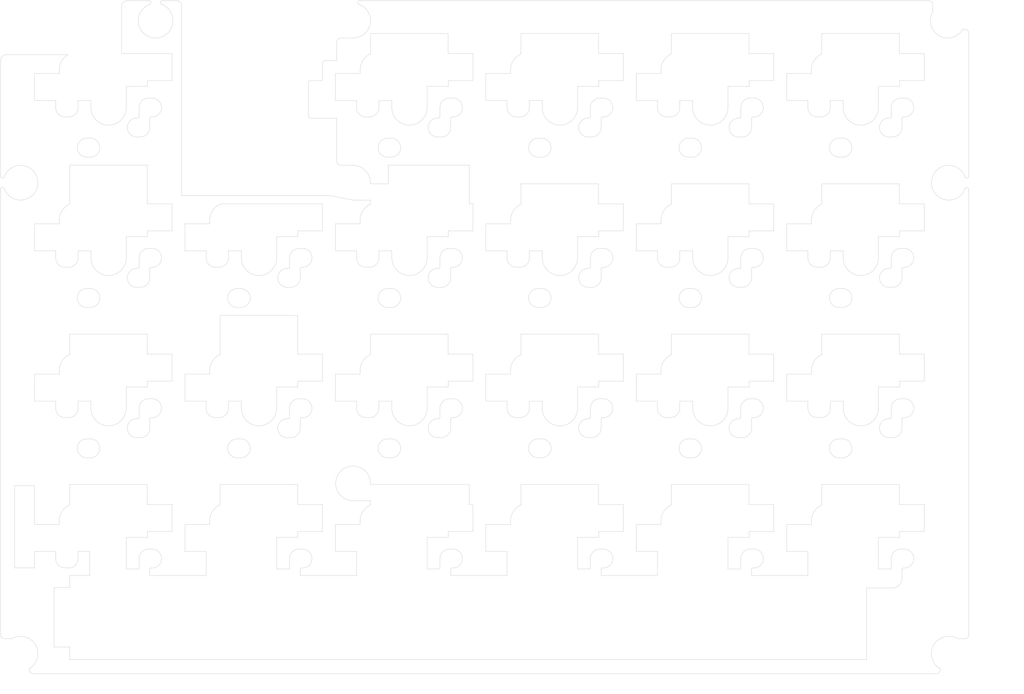
<source format=kicad_pcb>
(kicad_pcb (version 20171130) (host pcbnew "(5.1.12)-1")

  (general
    (thickness 1.6)
    (drawings 883)
    (tracks 0)
    (zones 0)
    (modules 0)
    (nets 1)
  )

  (page A4)
  (layers
    (0 F.Cu signal)
    (31 B.Cu signal)
    (32 B.Adhes user)
    (33 F.Adhes user)
    (34 B.Paste user)
    (35 F.Paste user)
    (36 B.SilkS user)
    (37 F.SilkS user)
    (38 B.Mask user)
    (39 F.Mask user)
    (40 Dwgs.User user)
    (41 Cmts.User user)
    (42 Eco1.User user)
    (43 Eco2.User user)
    (44 Edge.Cuts user)
    (45 Margin user)
    (46 B.CrtYd user)
    (47 F.CrtYd user)
    (48 B.Fab user)
    (49 F.Fab user)
  )

  (setup
    (last_trace_width 0.25)
    (user_trace_width 0.5)
    (trace_clearance 0.2)
    (zone_clearance 0)
    (zone_45_only no)
    (trace_min 0.2)
    (via_size 0.8)
    (via_drill 0.4)
    (via_min_size 0.4)
    (via_min_drill 0.3)
    (uvia_size 0.3)
    (uvia_drill 0.1)
    (uvias_allowed no)
    (uvia_min_size 0.2)
    (uvia_min_drill 0.1)
    (edge_width 0.05)
    (segment_width 0.2)
    (pcb_text_width 0.3)
    (pcb_text_size 1.5 1.5)
    (mod_edge_width 0.12)
    (mod_text_size 1 1)
    (mod_text_width 0.15)
    (pad_size 1.524 1.524)
    (pad_drill 0.762)
    (pad_to_mask_clearance 0)
    (aux_axis_origin 0 0)
    (visible_elements 7FFFFFFF)
    (pcbplotparams
      (layerselection 0x010fc_ffffffff)
      (usegerberextensions false)
      (usegerberattributes true)
      (usegerberadvancedattributes true)
      (creategerberjobfile true)
      (excludeedgelayer true)
      (linewidth 0.100000)
      (plotframeref false)
      (viasonmask false)
      (mode 1)
      (useauxorigin false)
      (hpglpennumber 1)
      (hpglpenspeed 20)
      (hpglpendiameter 15.000000)
      (psnegative false)
      (psa4output false)
      (plotreference true)
      (plotvalue true)
      (plotinvisibletext false)
      (padsonsilk false)
      (subtractmaskfromsilk false)
      (outputformat 1)
      (mirror false)
      (drillshape 1)
      (scaleselection 1)
      (outputdirectory ""))
  )

  (net 0 "")

  (net_class Default "This is the default net class."
    (clearance 0.2)
    (trace_width 0.25)
    (via_dia 0.8)
    (via_drill 0.4)
    (uvia_dia 0.3)
    (uvia_drill 0.1)
  )

  (gr_line (start -9.376164 56.257032) (end -9.376164 58.340576) (layer Edge.Cuts) (width 0.05) (tstamp 63C61FBE))
  (gr_line (start -11.90624 58.340576) (end -9.376164 58.340576) (layer Edge.Cuts) (width 0.05))
  (gr_line (start -11.90624 47.922616) (end -11.90624 58.340576) (layer Edge.Cuts) (width 0.05))
  (gr_line (start -9.376164 47.922616) (end -11.90624 47.922616) (layer Edge.Cuts) (width 0.05))
  (gr_arc (start 29.472025 6.729701) (end 28.876713 6.729701) (angle -90) (layer Edge.Cuts) (width 0.05))
  (gr_arc (start 29.472026 -8.217983) (end 29.472026 -8.813295) (angle -90) (layer Edge.Cuts) (width 0.05))
  (gr_line (start 29.472026 7.325013) (end 30.956004 7.325013) (layer Edge.Cuts) (width 0.05))
  (gr_line (start 27.983744 11.162101) (end 30.960164 11.725007) (layer Edge.Cuts) (width 0.05) (tstamp 63B694EF))
  (gr_arc (start 8.636103 -12.949208) (end 9.231415 -12.949208) (angle -90) (layer Edge.Cuts) (width 0.05))
  (gr_line (start 29.472026 -8.813295) (end 30.956004 -8.813295) (layer Edge.Cuts) (width 0.05))
  (gr_line (start 100.468245 59.680076) (end 100.468245 58.498717) (layer Edge.Cuts) (width 0.05) (tstamp 63AFFA9B))
  (gr_arc (start 98.961435 58.331359) (end 98.961435 58.480187) (angle -90) (layer Edge.Cuts) (width 0.05) (tstamp 63AFFA9A))
  (gr_arc (start 100.310152 57.15) (end 100.310152 55.950111) (angle -90) (layer Edge.Cuts) (width 0.05) (tstamp 63AFFA99))
  (gr_line (start 100.310152 55.950111) (end 100.756636 55.950111) (layer Edge.Cuts) (width 0.05) (tstamp 63AFFA98))
  (gr_line (start 100.617073 58.349889) (end 100.756636 58.349889) (layer Edge.Cuts) (width 0.05) (tstamp 63AFFA97))
  (gr_line (start 99.110263 57.15) (end 99.110263 58.331359) (layer Edge.Cuts) (width 0.05) (tstamp 63AFFA95))
  (gr_line (start 95.984136 60.879965) (end 99.268356 60.879965) (layer Edge.Cuts) (width 0.05) (tstamp 63AFFA94))
  (gr_arc (start 100.756636 57.15) (end 100.756636 58.349889) (angle -180) (layer Edge.Cuts) (width 0.05) (tstamp 63AFFA93))
  (gr_arc (start 100.617073 58.498717) (end 100.617073 58.349889) (angle -90) (layer Edge.Cuts) (width 0.05) (tstamp 63AFFA91))
  (gr_arc (start 99.268356 59.680076) (end 99.268356 60.879965) (angle -90) (layer Edge.Cuts) (width 0.05) (tstamp 63AFFA90))
  (gr_line (start -2.381248 59.305804) (end -4.921248 59.305804) (layer Edge.Cuts) (width 0.05) (tstamp 63AFFA45))
  (gr_line (start -4.921248 59.305804) (end -4.921248 60.81948) (layer Edge.Cuts) (width 0.05) (tstamp 63AFFA34))
  (gr_line (start 85.873836 56.257032) (end 88.55274 56.257032) (layer Edge.Cuts) (width 0.05) (tstamp 63B00782))
  (gr_line (start 88.55274 59.305804) (end 88.55274 56.257032) (layer Edge.Cuts) (width 0.05) (tstamp 63B00781))
  (gr_line (start 31.40274 59.305804) (end 31.40274 56.257032) (layer Edge.Cuts) (width 0.05) (tstamp 63B00780))
  (gr_line (start 47.773836 56.257032) (end 50.45274 56.257032) (layer Edge.Cuts) (width 0.05) (tstamp 63B0077F))
  (gr_line (start 28.723836 56.257032) (end 31.40274 56.257032) (layer Edge.Cuts) (width 0.05) (tstamp 63B0077E))
  (gr_line (start 9.673836 56.257032) (end 12.35274 56.257032) (layer Edge.Cuts) (width 0.05) (tstamp 63B0077D))
  (gr_line (start 50.45274 59.305804) (end 50.45274 56.257032) (layer Edge.Cuts) (width 0.05) (tstamp 63B0077C))
  (gr_line (start 69.50274 59.305804) (end 69.50274 56.257032) (layer Edge.Cuts) (width 0.05) (tstamp 63B0077B))
  (gr_line (start 12.35274 59.305804) (end 12.35274 56.257032) (layer Edge.Cuts) (width 0.05) (tstamp 63B0077A))
  (gr_line (start 66.823836 56.257032) (end 69.50274 56.257032) (layer Edge.Cuts) (width 0.05) (tstamp 63B00779))
  (gr_arc (start 79.911435 58.331359) (end 79.911435 58.480187) (angle -90) (layer Edge.Cuts) (width 0.05) (tstamp 63B00778))
  (gr_line (start 59.38242 58.480187) (end 60.861435 58.480187) (layer Edge.Cuts) (width 0.05) (tstamp 63B00777))
  (gr_line (start 81.418245 59.305804) (end 81.418245 58.498717) (layer Edge.Cuts) (width 0.05) (tstamp 63B00776))
  (gr_arc (start 62.517073 58.498717) (end 62.517073 58.349889) (angle -90) (layer Edge.Cuts) (width 0.05) (tstamp 63B00775))
  (gr_line (start 80.060263 57.15) (end 80.060263 58.331359) (layer Edge.Cuts) (width 0.05) (tstamp 63B00774))
  (gr_line (start 78.43242 58.480187) (end 79.911435 58.480187) (layer Edge.Cuts) (width 0.05) (tstamp 63B00773))
  (gr_line (start 81.260152 55.950111) (end 81.706636 55.950111) (layer Edge.Cuts) (width 0.05) (tstamp 63B00772))
  (gr_arc (start 81.260152 57.15) (end 81.260152 55.950111) (angle -90) (layer Edge.Cuts) (width 0.05) (tstamp 63B00771))
  (gr_line (start 62.368245 59.305804) (end 62.368245 58.498717) (layer Edge.Cuts) (width 0.05) (tstamp 63B00770))
  (gr_arc (start 81.567073 58.498717) (end 81.567073 58.349889) (angle -90) (layer Edge.Cuts) (width 0.05) (tstamp 63B0076F))
  (gr_arc (start 81.706636 57.15) (end 81.706636 58.349889) (angle -180) (layer Edge.Cuts) (width 0.05) (tstamp 63B0076E))
  (gr_arc (start 62.210152 57.15) (end 62.210152 55.950111) (angle -90) (layer Edge.Cuts) (width 0.05) (tstamp 63B0076D))
  (gr_line (start 62.517073 58.349889) (end 62.656636 58.349889) (layer Edge.Cuts) (width 0.05) (tstamp 63B0076C))
  (gr_arc (start 62.656636 57.15) (end 62.656636 58.349889) (angle -180) (layer Edge.Cuts) (width 0.05) (tstamp 63B0076B))
  (gr_line (start 61.010263 57.15) (end 61.010263 58.331359) (layer Edge.Cuts) (width 0.05) (tstamp 63B0076A))
  (gr_arc (start 60.861435 58.331359) (end 60.861435 58.480187) (angle -90) (layer Edge.Cuts) (width 0.05) (tstamp 63B00769))
  (gr_line (start 81.567073 58.349889) (end 81.706636 58.349889) (layer Edge.Cuts) (width 0.05) (tstamp 63B00768))
  (gr_line (start 62.210152 55.950111) (end 62.656636 55.950111) (layer Edge.Cuts) (width 0.05) (tstamp 63B00767))
  (gr_line (start 21.28242 58.480187) (end 22.761435 58.480187) (layer Edge.Cuts) (width 0.05) (tstamp 63B00766))
  (gr_line (start 24.417073 58.349889) (end 24.556636 58.349889) (layer Edge.Cuts) (width 0.05) (tstamp 63B00765))
  (gr_arc (start 43.160152 57.15) (end 43.160152 55.950111) (angle -90) (layer Edge.Cuts) (width 0.05) (tstamp 63B00764))
  (gr_line (start 40.33242 58.480187) (end 41.811435 58.480187) (layer Edge.Cuts) (width 0.05) (tstamp 63B00763))
  (gr_line (start 43.467073 58.349889) (end 43.606636 58.349889) (layer Edge.Cuts) (width 0.05) (tstamp 63B00762))
  (gr_line (start 43.318245 59.305804) (end 43.318245 58.498717) (layer Edge.Cuts) (width 0.05) (tstamp 63B00761))
  (gr_arc (start 43.606636 57.15) (end 43.606636 58.349889) (angle -180) (layer Edge.Cuts) (width 0.05) (tstamp 63B00760))
  (gr_line (start 24.268245 59.305804) (end 24.268245 58.498717) (layer Edge.Cuts) (width 0.05) (tstamp 63B0075F))
  (gr_line (start 24.110152 55.950111) (end 24.556636 55.950111) (layer Edge.Cuts) (width 0.05) (tstamp 63B0075E))
  (gr_arc (start 22.761435 58.331359) (end 22.761435 58.480187) (angle -90) (layer Edge.Cuts) (width 0.05) (tstamp 63B0075D))
  (gr_line (start 43.160152 55.950111) (end 43.606636 55.950111) (layer Edge.Cuts) (width 0.05) (tstamp 63B0075C))
  (gr_arc (start 24.417073 58.498717) (end 24.417073 58.349889) (angle -90) (layer Edge.Cuts) (width 0.05) (tstamp 63B0075B))
  (gr_line (start 22.910263 57.15) (end 22.910263 58.331359) (layer Edge.Cuts) (width 0.05) (tstamp 63B0075A))
  (gr_arc (start 41.811435 58.331359) (end 41.811435 58.480187) (angle -90) (layer Edge.Cuts) (width 0.05) (tstamp 63B00759))
  (gr_arc (start 43.467073 58.498717) (end 43.467073 58.349889) (angle -90) (layer Edge.Cuts) (width 0.05) (tstamp 63B00758))
  (gr_line (start 41.960263 57.15) (end 41.960263 58.331359) (layer Edge.Cuts) (width 0.05) (tstamp 63B00757))
  (gr_arc (start 24.110152 57.15) (end 24.110152 55.950111) (angle -90) (layer Edge.Cuts) (width 0.05) (tstamp 63B00756))
  (gr_arc (start 24.556636 57.15) (end 24.556636 58.349889) (angle -180) (layer Edge.Cuts) (width 0.05) (tstamp 63B00755))
  (gr_arc (start 5.506636 57.15) (end 5.506636 58.349889) (angle -180) (layer Edge.Cuts) (width 0.05) (tstamp 63B00754))
  (gr_arc (start 5.060152 57.15) (end 5.060152 55.950111) (angle -90) (layer Edge.Cuts) (width 0.05) (tstamp 63B00753))
  (gr_line (start 5.367073 58.349889) (end 5.506636 58.349889) (layer Edge.Cuts) (width 0.05) (tstamp 63B00752))
  (gr_arc (start 3.711435 58.331359) (end 3.711435 58.480187) (angle -90) (layer Edge.Cuts) (width 0.05) (tstamp 63B00751))
  (gr_line (start 3.860263 57.15) (end 3.860263 58.331359) (layer Edge.Cuts) (width 0.05) (tstamp 63B00750))
  (gr_line (start 5.218245 59.305804) (end 5.218245 58.498717) (layer Edge.Cuts) (width 0.05) (tstamp 63B0074F))
  (gr_arc (start 5.367073 58.498717) (end 5.367073 58.349889) (angle -90) (layer Edge.Cuts) (width 0.05) (tstamp 63B0074E))
  (gr_line (start 5.060152 55.950111) (end 5.506636 55.950111) (layer Edge.Cuts) (width 0.05) (tstamp 63B0074D))
  (gr_line (start 2.23242 58.480187) (end 3.711435 58.480187) (layer Edge.Cuts) (width 0.05) (tstamp 63B0074C))
  (gr_line (start 31.40274 59.305804) (end 24.268245 59.305804) (layer Edge.Cuts) (width 0.05) (tstamp 63B0074B))
  (gr_line (start 69.50274 59.305804) (end 62.368245 59.305804) (layer Edge.Cuts) (width 0.05) (tstamp 63B0074A))
  (gr_line (start 50.45274 59.305804) (end 43.318245 59.305804) (layer Edge.Cuts) (width 0.05) (tstamp 63B00749))
  (gr_line (start 12.35274 59.305804) (end 5.218245 59.305804) (layer Edge.Cuts) (width 0.05) (tstamp 63B00748))
  (gr_line (start 88.55274 59.305804) (end 81.418245 59.305804) (layer Edge.Cuts) (width 0.05) (tstamp 63B00747))
  (gr_line (start 97.48242 58.480187) (end 98.961435 58.480187) (layer Edge.Cuts) (width 0.05) (tstamp 63B00744))
  (gr_line (start -5.506636 58.340624) (end -5.060152 58.340624) (layer Edge.Cuts) (width 0.05) (tstamp 63B00716))
  (gr_arc (start -5.506636 57.15) (end -6.69726 57.15) (angle -90) (layer Edge.Cuts) (width 0.05) (tstamp 63B00715))
  (gr_line (start -6.69726 57.15) (end -6.69726 56.257032) (layer Edge.Cuts) (width 0.05) (tstamp 63B00714))
  (gr_line (start -3.869528 56.257032) (end -2.381248 56.257032) (layer Edge.Cuts) (width 0.05) (tstamp 63B00713))
  (gr_arc (start -5.060152 57.15) (end -5.060152 58.340624) (angle -90) (layer Edge.Cuts) (width 0.05) (tstamp 63B00712))
  (gr_line (start -9.376164 56.257032) (end -6.69726 56.257032) (layer Edge.Cuts) (width 0.05) (tstamp 63B00711))
  (gr_line (start -3.869528 57.15) (end -3.869528 56.257032) (layer Edge.Cuts) (width 0.05) (tstamp 63B00710))
  (gr_line (start 93.01758 38.1) (end 93.01758 37.207032) (layer Edge.Cuts) (width 0.05) (tstamp 63B00718))
  (gr_arc (start 95.25 38.1) (end 93.01758 38.1) (angle -180) (layer Edge.Cuts) (width 0.05) (tstamp 63B00717))
  (gr_line (start 89.743364 39.290624) (end 90.189848 39.290624) (layer Edge.Cuts) (width 0.05) (tstamp 63B00716))
  (gr_arc (start 89.743364 38.1) (end 88.55274 38.1) (angle -90) (layer Edge.Cuts) (width 0.05) (tstamp 63B00715))
  (gr_line (start 88.55274 38.1) (end 88.55274 37.207032) (layer Edge.Cuts) (width 0.05) (tstamp 63B00714))
  (gr_line (start 91.380472 37.207032) (end 93.01758 37.207032) (layer Edge.Cuts) (width 0.05) (tstamp 63B00713))
  (gr_arc (start 90.189848 38.1) (end 90.189848 39.290624) (angle -90) (layer Edge.Cuts) (width 0.05) (tstamp 63B00712))
  (gr_line (start 85.873836 37.207032) (end 88.55274 37.207032) (layer Edge.Cuts) (width 0.05) (tstamp 63B00711))
  (gr_line (start 91.380472 38.1) (end 91.380472 37.207032) (layer Edge.Cuts) (width 0.05) (tstamp 63B00710))
  (gr_line (start 92.485768 41.984077) (end 92.932252 41.984077) (layer Edge.Cuts) (width 0.05) (tstamp 63B0070F))
  (gr_arc (start 92.932252 43.183966) (end 92.932252 44.383855) (angle -180) (layer Edge.Cuts) (width 0.05) (tstamp 63B0070E))
  (gr_arc (start 100.310152 38.1) (end 100.310152 36.900111) (angle -90) (layer Edge.Cuts) (width 0.05) (tstamp 63B0070D))
  (gr_line (start 100.310152 36.900111) (end 100.756636 36.900111) (layer Edge.Cuts) (width 0.05) (tstamp 63B0070C))
  (gr_line (start 100.468245 40.630076) (end 100.468245 39.448717) (layer Edge.Cuts) (width 0.05) (tstamp 63B0070B))
  (gr_arc (start 98.961435 39.281359) (end 98.961435 39.430187) (angle -90) (layer Edge.Cuts) (width 0.05) (tstamp 63B0070A))
  (gr_line (start 98.821872 41.829965) (end 99.268356 41.829965) (layer Edge.Cuts) (width 0.05) (tstamp 63B00709))
  (gr_arc (start 98.821872 40.630076) (end 98.821872 39.430187) (angle -180) (layer Edge.Cuts) (width 0.05) (tstamp 63B00708))
  (gr_arc (start 92.485768 43.183966) (end 92.485768 41.984077) (angle -180) (layer Edge.Cuts) (width 0.05) (tstamp 63B00707))
  (gr_line (start 92.485768 44.383855) (end 92.932252 44.383855) (layer Edge.Cuts) (width 0.05) (tstamp 63B00706))
  (gr_arc (start 100.756636 38.1) (end 100.756636 39.299889) (angle -180) (layer Edge.Cuts) (width 0.05) (tstamp 63B00705))
  (gr_line (start 98.821872 39.430187) (end 98.961435 39.430187) (layer Edge.Cuts) (width 0.05) (tstamp 63B00704))
  (gr_arc (start 100.617073 39.448717) (end 100.617073 39.299889) (angle -90) (layer Edge.Cuts) (width 0.05) (tstamp 63B00703))
  (gr_line (start 99.110263 38.1) (end 99.110263 39.281359) (layer Edge.Cuts) (width 0.05) (tstamp 63B00702))
  (gr_line (start 100.617073 39.299889) (end 100.756636 39.299889) (layer Edge.Cuts) (width 0.05) (tstamp 63B00701))
  (gr_arc (start 99.268356 40.630076) (end 99.268356 41.829965) (angle -90) (layer Edge.Cuts) (width 0.05) (tstamp 63B00700))
  (gr_line (start 73.96758 38.1) (end 73.96758 37.207032) (layer Edge.Cuts) (width 0.05) (tstamp 63B00718))
  (gr_arc (start 76.2 38.1) (end 73.96758 38.1) (angle -180) (layer Edge.Cuts) (width 0.05) (tstamp 63B00717))
  (gr_line (start 70.693364 39.290624) (end 71.139848 39.290624) (layer Edge.Cuts) (width 0.05) (tstamp 63B00716))
  (gr_arc (start 70.693364 38.1) (end 69.50274 38.1) (angle -90) (layer Edge.Cuts) (width 0.05) (tstamp 63B00715))
  (gr_line (start 69.50274 38.1) (end 69.50274 37.207032) (layer Edge.Cuts) (width 0.05) (tstamp 63B00714))
  (gr_line (start 72.330472 37.207032) (end 73.96758 37.207032) (layer Edge.Cuts) (width 0.05) (tstamp 63B00713))
  (gr_arc (start 71.139848 38.1) (end 71.139848 39.290624) (angle -90) (layer Edge.Cuts) (width 0.05) (tstamp 63B00712))
  (gr_line (start 66.823836 37.207032) (end 69.50274 37.207032) (layer Edge.Cuts) (width 0.05) (tstamp 63B00711))
  (gr_line (start 72.330472 38.1) (end 72.330472 37.207032) (layer Edge.Cuts) (width 0.05) (tstamp 63B00710))
  (gr_line (start 73.435768 41.984077) (end 73.882252 41.984077) (layer Edge.Cuts) (width 0.05) (tstamp 63B0070F))
  (gr_arc (start 73.882252 43.183966) (end 73.882252 44.383855) (angle -180) (layer Edge.Cuts) (width 0.05) (tstamp 63B0070E))
  (gr_arc (start 81.260152 38.1) (end 81.260152 36.900111) (angle -90) (layer Edge.Cuts) (width 0.05) (tstamp 63B0070D))
  (gr_line (start 81.260152 36.900111) (end 81.706636 36.900111) (layer Edge.Cuts) (width 0.05) (tstamp 63B0070C))
  (gr_line (start 81.418245 40.630076) (end 81.418245 39.448717) (layer Edge.Cuts) (width 0.05) (tstamp 63B0070B))
  (gr_arc (start 79.911435 39.281359) (end 79.911435 39.430187) (angle -90) (layer Edge.Cuts) (width 0.05) (tstamp 63B0070A))
  (gr_line (start 79.771872 41.829965) (end 80.218356 41.829965) (layer Edge.Cuts) (width 0.05) (tstamp 63B00709))
  (gr_arc (start 79.771872 40.630076) (end 79.771872 39.430187) (angle -180) (layer Edge.Cuts) (width 0.05) (tstamp 63B00708))
  (gr_arc (start 73.435768 43.183966) (end 73.435768 41.984077) (angle -180) (layer Edge.Cuts) (width 0.05) (tstamp 63B00707))
  (gr_line (start 73.435768 44.383855) (end 73.882252 44.383855) (layer Edge.Cuts) (width 0.05) (tstamp 63B00706))
  (gr_arc (start 81.706636 38.1) (end 81.706636 39.299889) (angle -180) (layer Edge.Cuts) (width 0.05) (tstamp 63B00705))
  (gr_line (start 79.771872 39.430187) (end 79.911435 39.430187) (layer Edge.Cuts) (width 0.05) (tstamp 63B00704))
  (gr_arc (start 81.567073 39.448717) (end 81.567073 39.299889) (angle -90) (layer Edge.Cuts) (width 0.05) (tstamp 63B00703))
  (gr_line (start 80.060263 38.1) (end 80.060263 39.281359) (layer Edge.Cuts) (width 0.05) (tstamp 63B00702))
  (gr_line (start 81.567073 39.299889) (end 81.706636 39.299889) (layer Edge.Cuts) (width 0.05) (tstamp 63B00701))
  (gr_arc (start 80.218356 40.630076) (end 80.218356 41.829965) (angle -90) (layer Edge.Cuts) (width 0.05) (tstamp 63B00700))
  (gr_line (start 54.91758 38.1) (end 54.91758 37.207032) (layer Edge.Cuts) (width 0.05) (tstamp 63B00718))
  (gr_arc (start 57.15 38.1) (end 54.91758 38.1) (angle -180) (layer Edge.Cuts) (width 0.05) (tstamp 63B00717))
  (gr_line (start 51.643364 39.290624) (end 52.089848 39.290624) (layer Edge.Cuts) (width 0.05) (tstamp 63B00716))
  (gr_arc (start 51.643364 38.1) (end 50.45274 38.1) (angle -90) (layer Edge.Cuts) (width 0.05) (tstamp 63B00715))
  (gr_line (start 50.45274 38.1) (end 50.45274 37.207032) (layer Edge.Cuts) (width 0.05) (tstamp 63B00714))
  (gr_line (start 53.280472 37.207032) (end 54.91758 37.207032) (layer Edge.Cuts) (width 0.05) (tstamp 63B00713))
  (gr_arc (start 52.089848 38.1) (end 52.089848 39.290624) (angle -90) (layer Edge.Cuts) (width 0.05) (tstamp 63B00712))
  (gr_line (start 47.773836 37.207032) (end 50.45274 37.207032) (layer Edge.Cuts) (width 0.05) (tstamp 63B00711))
  (gr_line (start 53.280472 38.1) (end 53.280472 37.207032) (layer Edge.Cuts) (width 0.05) (tstamp 63B00710))
  (gr_line (start 54.385768 41.984077) (end 54.832252 41.984077) (layer Edge.Cuts) (width 0.05) (tstamp 63B0070F))
  (gr_arc (start 54.832252 43.183966) (end 54.832252 44.383855) (angle -180) (layer Edge.Cuts) (width 0.05) (tstamp 63B0070E))
  (gr_arc (start 62.210152 38.1) (end 62.210152 36.900111) (angle -90) (layer Edge.Cuts) (width 0.05) (tstamp 63B0070D))
  (gr_line (start 62.210152 36.900111) (end 62.656636 36.900111) (layer Edge.Cuts) (width 0.05) (tstamp 63B0070C))
  (gr_line (start 62.368245 40.630076) (end 62.368245 39.448717) (layer Edge.Cuts) (width 0.05) (tstamp 63B0070B))
  (gr_arc (start 60.861435 39.281359) (end 60.861435 39.430187) (angle -90) (layer Edge.Cuts) (width 0.05) (tstamp 63B0070A))
  (gr_line (start 60.721872 41.829965) (end 61.168356 41.829965) (layer Edge.Cuts) (width 0.05) (tstamp 63B00709))
  (gr_arc (start 60.721872 40.630076) (end 60.721872 39.430187) (angle -180) (layer Edge.Cuts) (width 0.05) (tstamp 63B00708))
  (gr_arc (start 54.385768 43.183966) (end 54.385768 41.984077) (angle -180) (layer Edge.Cuts) (width 0.05) (tstamp 63B00707))
  (gr_line (start 54.385768 44.383855) (end 54.832252 44.383855) (layer Edge.Cuts) (width 0.05) (tstamp 63B00706))
  (gr_arc (start 62.656636 38.1) (end 62.656636 39.299889) (angle -180) (layer Edge.Cuts) (width 0.05) (tstamp 63B00705))
  (gr_line (start 60.721872 39.430187) (end 60.861435 39.430187) (layer Edge.Cuts) (width 0.05) (tstamp 63B00704))
  (gr_arc (start 62.517073 39.448717) (end 62.517073 39.299889) (angle -90) (layer Edge.Cuts) (width 0.05) (tstamp 63B00703))
  (gr_line (start 61.010263 38.1) (end 61.010263 39.281359) (layer Edge.Cuts) (width 0.05) (tstamp 63B00702))
  (gr_line (start 62.517073 39.299889) (end 62.656636 39.299889) (layer Edge.Cuts) (width 0.05) (tstamp 63B00701))
  (gr_arc (start 61.168356 40.630076) (end 61.168356 41.829965) (angle -90) (layer Edge.Cuts) (width 0.05) (tstamp 63B00700))
  (gr_line (start 35.86758 38.1) (end 35.86758 37.207032) (layer Edge.Cuts) (width 0.05) (tstamp 63B00718))
  (gr_arc (start 38.1 38.1) (end 35.86758 38.1) (angle -180) (layer Edge.Cuts) (width 0.05) (tstamp 63B00717))
  (gr_line (start 32.593364 39.290624) (end 33.039848 39.290624) (layer Edge.Cuts) (width 0.05) (tstamp 63B00716))
  (gr_arc (start 32.593364 38.1) (end 31.40274 38.1) (angle -90) (layer Edge.Cuts) (width 0.05) (tstamp 63B00715))
  (gr_line (start 31.40274 38.1) (end 31.40274 37.207032) (layer Edge.Cuts) (width 0.05) (tstamp 63B00714))
  (gr_line (start 34.230472 37.207032) (end 35.86758 37.207032) (layer Edge.Cuts) (width 0.05) (tstamp 63B00713))
  (gr_arc (start 33.039848 38.1) (end 33.039848 39.290624) (angle -90) (layer Edge.Cuts) (width 0.05) (tstamp 63B00712))
  (gr_line (start 28.723836 37.207032) (end 31.40274 37.207032) (layer Edge.Cuts) (width 0.05) (tstamp 63B00711))
  (gr_line (start 34.230472 38.1) (end 34.230472 37.207032) (layer Edge.Cuts) (width 0.05) (tstamp 63B00710))
  (gr_line (start 35.335768 41.984077) (end 35.782252 41.984077) (layer Edge.Cuts) (width 0.05) (tstamp 63B0070F))
  (gr_arc (start 35.782252 43.183966) (end 35.782252 44.383855) (angle -180) (layer Edge.Cuts) (width 0.05) (tstamp 63B0070E))
  (gr_arc (start 43.160152 38.1) (end 43.160152 36.900111) (angle -90) (layer Edge.Cuts) (width 0.05) (tstamp 63B0070D))
  (gr_line (start 43.160152 36.900111) (end 43.606636 36.900111) (layer Edge.Cuts) (width 0.05) (tstamp 63B0070C))
  (gr_line (start 43.318245 40.630076) (end 43.318245 39.448717) (layer Edge.Cuts) (width 0.05) (tstamp 63B0070B))
  (gr_arc (start 41.811435 39.281359) (end 41.811435 39.430187) (angle -90) (layer Edge.Cuts) (width 0.05) (tstamp 63B0070A))
  (gr_line (start 41.671872 41.829965) (end 42.118356 41.829965) (layer Edge.Cuts) (width 0.05) (tstamp 63B00709))
  (gr_arc (start 41.671872 40.630076) (end 41.671872 39.430187) (angle -180) (layer Edge.Cuts) (width 0.05) (tstamp 63B00708))
  (gr_arc (start 35.335768 43.183966) (end 35.335768 41.984077) (angle -180) (layer Edge.Cuts) (width 0.05) (tstamp 63B00707))
  (gr_line (start 35.335768 44.383855) (end 35.782252 44.383855) (layer Edge.Cuts) (width 0.05) (tstamp 63B00706))
  (gr_arc (start 43.606636 38.1) (end 43.606636 39.299889) (angle -180) (layer Edge.Cuts) (width 0.05) (tstamp 63B00705))
  (gr_line (start 41.671872 39.430187) (end 41.811435 39.430187) (layer Edge.Cuts) (width 0.05) (tstamp 63B00704))
  (gr_arc (start 43.467073 39.448717) (end 43.467073 39.299889) (angle -90) (layer Edge.Cuts) (width 0.05) (tstamp 63B00703))
  (gr_line (start 41.960263 38.1) (end 41.960263 39.281359) (layer Edge.Cuts) (width 0.05) (tstamp 63B00702))
  (gr_line (start 43.467073 39.299889) (end 43.606636 39.299889) (layer Edge.Cuts) (width 0.05) (tstamp 63B00701))
  (gr_arc (start 42.118356 40.630076) (end 42.118356 41.829965) (angle -90) (layer Edge.Cuts) (width 0.05) (tstamp 63B00700))
  (gr_line (start 16.81758 38.1) (end 16.81758 37.207032) (layer Edge.Cuts) (width 0.05) (tstamp 63B00718))
  (gr_arc (start 19.05 38.1) (end 16.81758 38.1) (angle -180) (layer Edge.Cuts) (width 0.05) (tstamp 63B00717))
  (gr_line (start 13.543364 39.290624) (end 13.989848 39.290624) (layer Edge.Cuts) (width 0.05) (tstamp 63B00716))
  (gr_arc (start 13.543364 38.1) (end 12.35274 38.1) (angle -90) (layer Edge.Cuts) (width 0.05) (tstamp 63B00715))
  (gr_line (start 12.35274 38.1) (end 12.35274 37.207032) (layer Edge.Cuts) (width 0.05) (tstamp 63B00714))
  (gr_line (start 15.180472 37.207032) (end 16.81758 37.207032) (layer Edge.Cuts) (width 0.05) (tstamp 63B00713))
  (gr_arc (start 13.989848 38.1) (end 13.989848 39.290624) (angle -90) (layer Edge.Cuts) (width 0.05) (tstamp 63B00712))
  (gr_line (start 9.673836 37.207032) (end 12.35274 37.207032) (layer Edge.Cuts) (width 0.05) (tstamp 63B00711))
  (gr_line (start 15.180472 38.1) (end 15.180472 37.207032) (layer Edge.Cuts) (width 0.05) (tstamp 63B00710))
  (gr_line (start 16.285768 41.984077) (end 16.732252 41.984077) (layer Edge.Cuts) (width 0.05) (tstamp 63B0070F))
  (gr_arc (start 16.732252 43.183966) (end 16.732252 44.383855) (angle -180) (layer Edge.Cuts) (width 0.05) (tstamp 63B0070E))
  (gr_arc (start 24.110152 38.1) (end 24.110152 36.900111) (angle -90) (layer Edge.Cuts) (width 0.05) (tstamp 63B0070D))
  (gr_line (start 24.110152 36.900111) (end 24.556636 36.900111) (layer Edge.Cuts) (width 0.05) (tstamp 63B0070C))
  (gr_line (start 24.268245 40.630076) (end 24.268245 39.448717) (layer Edge.Cuts) (width 0.05) (tstamp 63B0070B))
  (gr_arc (start 22.761435 39.281359) (end 22.761435 39.430187) (angle -90) (layer Edge.Cuts) (width 0.05) (tstamp 63B0070A))
  (gr_line (start 22.621872 41.829965) (end 23.068356 41.829965) (layer Edge.Cuts) (width 0.05) (tstamp 63B00709))
  (gr_arc (start 22.621872 40.630076) (end 22.621872 39.430187) (angle -180) (layer Edge.Cuts) (width 0.05) (tstamp 63B00708))
  (gr_arc (start 16.285768 43.183966) (end 16.285768 41.984077) (angle -180) (layer Edge.Cuts) (width 0.05) (tstamp 63B00707))
  (gr_line (start 16.285768 44.383855) (end 16.732252 44.383855) (layer Edge.Cuts) (width 0.05) (tstamp 63B00706))
  (gr_arc (start 24.556636 38.1) (end 24.556636 39.299889) (angle -180) (layer Edge.Cuts) (width 0.05) (tstamp 63B00705))
  (gr_line (start 22.621872 39.430187) (end 22.761435 39.430187) (layer Edge.Cuts) (width 0.05) (tstamp 63B00704))
  (gr_arc (start 24.417073 39.448717) (end 24.417073 39.299889) (angle -90) (layer Edge.Cuts) (width 0.05) (tstamp 63B00703))
  (gr_line (start 22.910263 38.1) (end 22.910263 39.281359) (layer Edge.Cuts) (width 0.05) (tstamp 63B00702))
  (gr_line (start 24.417073 39.299889) (end 24.556636 39.299889) (layer Edge.Cuts) (width 0.05) (tstamp 63B00701))
  (gr_arc (start 23.068356 40.630076) (end 23.068356 41.829965) (angle -90) (layer Edge.Cuts) (width 0.05) (tstamp 63B00700))
  (gr_line (start -2.23242 38.1) (end -2.23242 37.207032) (layer Edge.Cuts) (width 0.05) (tstamp 63B00718))
  (gr_arc (start 0 38.1) (end -2.23242 38.1) (angle -180) (layer Edge.Cuts) (width 0.05) (tstamp 63B00717))
  (gr_line (start -5.506636 39.290624) (end -5.060152 39.290624) (layer Edge.Cuts) (width 0.05) (tstamp 63B00716))
  (gr_arc (start -5.506636 38.1) (end -6.69726 38.1) (angle -90) (layer Edge.Cuts) (width 0.05) (tstamp 63B00715))
  (gr_line (start -6.69726 38.1) (end -6.69726 37.207032) (layer Edge.Cuts) (width 0.05) (tstamp 63B00714))
  (gr_line (start -3.869528 37.207032) (end -2.23242 37.207032) (layer Edge.Cuts) (width 0.05) (tstamp 63B00713))
  (gr_arc (start -5.060152 38.1) (end -5.060152 39.290624) (angle -90) (layer Edge.Cuts) (width 0.05) (tstamp 63B00712))
  (gr_line (start -9.376164 37.207032) (end -6.69726 37.207032) (layer Edge.Cuts) (width 0.05) (tstamp 63B00711))
  (gr_line (start -3.869528 38.1) (end -3.869528 37.207032) (layer Edge.Cuts) (width 0.05) (tstamp 63B00710))
  (gr_line (start -2.764232 41.984077) (end -2.317748 41.984077) (layer Edge.Cuts) (width 0.05) (tstamp 63B0070F))
  (gr_arc (start -2.317748 43.183966) (end -2.317748 44.383855) (angle -180) (layer Edge.Cuts) (width 0.05) (tstamp 63B0070E))
  (gr_arc (start 5.060152 38.1) (end 5.060152 36.900111) (angle -90) (layer Edge.Cuts) (width 0.05) (tstamp 63B0070D))
  (gr_line (start 5.060152 36.900111) (end 5.506636 36.900111) (layer Edge.Cuts) (width 0.05) (tstamp 63B0070C))
  (gr_line (start 5.218245 40.630076) (end 5.218245 39.448717) (layer Edge.Cuts) (width 0.05) (tstamp 63B0070B))
  (gr_arc (start 3.711435 39.281359) (end 3.711435 39.430187) (angle -90) (layer Edge.Cuts) (width 0.05) (tstamp 63B0070A))
  (gr_line (start 3.571872 41.829965) (end 4.018356 41.829965) (layer Edge.Cuts) (width 0.05) (tstamp 63B00709))
  (gr_arc (start 3.571872 40.630076) (end 3.571872 39.430187) (angle -180) (layer Edge.Cuts) (width 0.05) (tstamp 63B00708))
  (gr_arc (start -2.764232 43.183966) (end -2.764232 41.984077) (angle -180) (layer Edge.Cuts) (width 0.05) (tstamp 63B00707))
  (gr_line (start -2.764232 44.383855) (end -2.317748 44.383855) (layer Edge.Cuts) (width 0.05) (tstamp 63B00706))
  (gr_arc (start 5.506636 38.1) (end 5.506636 39.299889) (angle -180) (layer Edge.Cuts) (width 0.05) (tstamp 63B00705))
  (gr_line (start 3.571872 39.430187) (end 3.711435 39.430187) (layer Edge.Cuts) (width 0.05) (tstamp 63B00704))
  (gr_arc (start 5.367073 39.448717) (end 5.367073 39.299889) (angle -90) (layer Edge.Cuts) (width 0.05) (tstamp 63B00703))
  (gr_line (start 3.860263 38.1) (end 3.860263 39.281359) (layer Edge.Cuts) (width 0.05) (tstamp 63B00702))
  (gr_line (start 5.367073 39.299889) (end 5.506636 39.299889) (layer Edge.Cuts) (width 0.05) (tstamp 63B00701))
  (gr_arc (start 4.018356 40.630076) (end 4.018356 41.829965) (angle -90) (layer Edge.Cuts) (width 0.05) (tstamp 63B00700))
  (gr_line (start 93.01758 19.05) (end 93.01758 18.157032) (layer Edge.Cuts) (width 0.05) (tstamp 63B00718))
  (gr_arc (start 95.25 19.05) (end 93.01758 19.05) (angle -180) (layer Edge.Cuts) (width 0.05) (tstamp 63B00717))
  (gr_line (start 89.743364 20.240624) (end 90.189848 20.240624) (layer Edge.Cuts) (width 0.05) (tstamp 63B00716))
  (gr_arc (start 89.743364 19.05) (end 88.55274 19.05) (angle -90) (layer Edge.Cuts) (width 0.05) (tstamp 63B00715))
  (gr_line (start 88.55274 19.05) (end 88.55274 18.157032) (layer Edge.Cuts) (width 0.05) (tstamp 63B00714))
  (gr_line (start 91.380472 18.157032) (end 93.01758 18.157032) (layer Edge.Cuts) (width 0.05) (tstamp 63B00713))
  (gr_arc (start 90.189848 19.05) (end 90.189848 20.240624) (angle -90) (layer Edge.Cuts) (width 0.05) (tstamp 63B00712))
  (gr_line (start 85.873836 18.157032) (end 88.55274 18.157032) (layer Edge.Cuts) (width 0.05) (tstamp 63B00711))
  (gr_line (start 91.380472 19.05) (end 91.380472 18.157032) (layer Edge.Cuts) (width 0.05) (tstamp 63B00710))
  (gr_line (start 92.485768 22.934077) (end 92.932252 22.934077) (layer Edge.Cuts) (width 0.05) (tstamp 63B0070F))
  (gr_arc (start 92.932252 24.133966) (end 92.932252 25.333855) (angle -180) (layer Edge.Cuts) (width 0.05) (tstamp 63B0070E))
  (gr_arc (start 100.310152 19.05) (end 100.310152 17.850111) (angle -90) (layer Edge.Cuts) (width 0.05) (tstamp 63B0070D))
  (gr_line (start 100.310152 17.850111) (end 100.756636 17.850111) (layer Edge.Cuts) (width 0.05) (tstamp 63B0070C))
  (gr_line (start 100.468245 21.580076) (end 100.468245 20.398717) (layer Edge.Cuts) (width 0.05) (tstamp 63B0070B))
  (gr_arc (start 98.961435 20.231359) (end 98.961435 20.380187) (angle -90) (layer Edge.Cuts) (width 0.05) (tstamp 63B0070A))
  (gr_line (start 98.821872 22.779965) (end 99.268356 22.779965) (layer Edge.Cuts) (width 0.05) (tstamp 63B00709))
  (gr_arc (start 98.821872 21.580076) (end 98.821872 20.380187) (angle -180) (layer Edge.Cuts) (width 0.05) (tstamp 63B00708))
  (gr_arc (start 92.485768 24.133966) (end 92.485768 22.934077) (angle -180) (layer Edge.Cuts) (width 0.05) (tstamp 63B00707))
  (gr_line (start 92.485768 25.333855) (end 92.932252 25.333855) (layer Edge.Cuts) (width 0.05) (tstamp 63B00706))
  (gr_arc (start 100.756636 19.05) (end 100.756636 20.249889) (angle -180) (layer Edge.Cuts) (width 0.05) (tstamp 63B00705))
  (gr_line (start 98.821872 20.380187) (end 98.961435 20.380187) (layer Edge.Cuts) (width 0.05) (tstamp 63B00704))
  (gr_arc (start 100.617073 20.398717) (end 100.617073 20.249889) (angle -90) (layer Edge.Cuts) (width 0.05) (tstamp 63B00703))
  (gr_line (start 99.110263 19.05) (end 99.110263 20.231359) (layer Edge.Cuts) (width 0.05) (tstamp 63B00702))
  (gr_line (start 100.617073 20.249889) (end 100.756636 20.249889) (layer Edge.Cuts) (width 0.05) (tstamp 63B00701))
  (gr_arc (start 99.268356 21.580076) (end 99.268356 22.779965) (angle -90) (layer Edge.Cuts) (width 0.05) (tstamp 63B00700))
  (gr_line (start 73.96758 19.05) (end 73.96758 18.157032) (layer Edge.Cuts) (width 0.05) (tstamp 63B00718))
  (gr_arc (start 76.2 19.05) (end 73.96758 19.05) (angle -180) (layer Edge.Cuts) (width 0.05) (tstamp 63B00717))
  (gr_line (start 70.693364 20.240624) (end 71.139848 20.240624) (layer Edge.Cuts) (width 0.05) (tstamp 63B00716))
  (gr_arc (start 70.693364 19.05) (end 69.50274 19.05) (angle -90) (layer Edge.Cuts) (width 0.05) (tstamp 63B00715))
  (gr_line (start 69.50274 19.05) (end 69.50274 18.157032) (layer Edge.Cuts) (width 0.05) (tstamp 63B00714))
  (gr_line (start 72.330472 18.157032) (end 73.96758 18.157032) (layer Edge.Cuts) (width 0.05) (tstamp 63B00713))
  (gr_arc (start 71.139848 19.05) (end 71.139848 20.240624) (angle -90) (layer Edge.Cuts) (width 0.05) (tstamp 63B00712))
  (gr_line (start 66.823836 18.157032) (end 69.50274 18.157032) (layer Edge.Cuts) (width 0.05) (tstamp 63B00711))
  (gr_line (start 72.330472 19.05) (end 72.330472 18.157032) (layer Edge.Cuts) (width 0.05) (tstamp 63B00710))
  (gr_line (start 73.435768 22.934077) (end 73.882252 22.934077) (layer Edge.Cuts) (width 0.05) (tstamp 63B0070F))
  (gr_arc (start 73.882252 24.133966) (end 73.882252 25.333855) (angle -180) (layer Edge.Cuts) (width 0.05) (tstamp 63B0070E))
  (gr_arc (start 81.260152 19.05) (end 81.260152 17.850111) (angle -90) (layer Edge.Cuts) (width 0.05) (tstamp 63B0070D))
  (gr_line (start 81.260152 17.850111) (end 81.706636 17.850111) (layer Edge.Cuts) (width 0.05) (tstamp 63B0070C))
  (gr_line (start 81.418245 21.580076) (end 81.418245 20.398717) (layer Edge.Cuts) (width 0.05) (tstamp 63B0070B))
  (gr_arc (start 79.911435 20.231359) (end 79.911435 20.380187) (angle -90) (layer Edge.Cuts) (width 0.05) (tstamp 63B0070A))
  (gr_line (start 79.771872 22.779965) (end 80.218356 22.779965) (layer Edge.Cuts) (width 0.05) (tstamp 63B00709))
  (gr_arc (start 79.771872 21.580076) (end 79.771872 20.380187) (angle -180) (layer Edge.Cuts) (width 0.05) (tstamp 63B00708))
  (gr_arc (start 73.435768 24.133966) (end 73.435768 22.934077) (angle -180) (layer Edge.Cuts) (width 0.05) (tstamp 63B00707))
  (gr_line (start 73.435768 25.333855) (end 73.882252 25.333855) (layer Edge.Cuts) (width 0.05) (tstamp 63B00706))
  (gr_arc (start 81.706636 19.05) (end 81.706636 20.249889) (angle -180) (layer Edge.Cuts) (width 0.05) (tstamp 63B00705))
  (gr_line (start 79.771872 20.380187) (end 79.911435 20.380187) (layer Edge.Cuts) (width 0.05) (tstamp 63B00704))
  (gr_arc (start 81.567073 20.398717) (end 81.567073 20.249889) (angle -90) (layer Edge.Cuts) (width 0.05) (tstamp 63B00703))
  (gr_line (start 80.060263 19.05) (end 80.060263 20.231359) (layer Edge.Cuts) (width 0.05) (tstamp 63B00702))
  (gr_line (start 81.567073 20.249889) (end 81.706636 20.249889) (layer Edge.Cuts) (width 0.05) (tstamp 63B00701))
  (gr_arc (start 80.218356 21.580076) (end 80.218356 22.779965) (angle -90) (layer Edge.Cuts) (width 0.05) (tstamp 63B00700))
  (gr_line (start 54.91758 19.05) (end 54.91758 18.157032) (layer Edge.Cuts) (width 0.05) (tstamp 63B00718))
  (gr_arc (start 57.15 19.05) (end 54.91758 19.05) (angle -180) (layer Edge.Cuts) (width 0.05) (tstamp 63B00717))
  (gr_line (start 51.643364 20.240624) (end 52.089848 20.240624) (layer Edge.Cuts) (width 0.05) (tstamp 63B00716))
  (gr_arc (start 51.643364 19.05) (end 50.45274 19.05) (angle -90) (layer Edge.Cuts) (width 0.05) (tstamp 63B00715))
  (gr_line (start 50.45274 19.05) (end 50.45274 18.157032) (layer Edge.Cuts) (width 0.05) (tstamp 63B00714))
  (gr_line (start 53.280472 18.157032) (end 54.91758 18.157032) (layer Edge.Cuts) (width 0.05) (tstamp 63B00713))
  (gr_arc (start 52.089848 19.05) (end 52.089848 20.240624) (angle -90) (layer Edge.Cuts) (width 0.05) (tstamp 63B00712))
  (gr_line (start 47.773836 18.157032) (end 50.45274 18.157032) (layer Edge.Cuts) (width 0.05) (tstamp 63B00711))
  (gr_line (start 53.280472 19.05) (end 53.280472 18.157032) (layer Edge.Cuts) (width 0.05) (tstamp 63B00710))
  (gr_line (start 54.385768 22.934077) (end 54.832252 22.934077) (layer Edge.Cuts) (width 0.05) (tstamp 63B0070F))
  (gr_arc (start 54.832252 24.133966) (end 54.832252 25.333855) (angle -180) (layer Edge.Cuts) (width 0.05) (tstamp 63B0070E))
  (gr_arc (start 62.210152 19.05) (end 62.210152 17.850111) (angle -90) (layer Edge.Cuts) (width 0.05) (tstamp 63B0070D))
  (gr_line (start 62.210152 17.850111) (end 62.656636 17.850111) (layer Edge.Cuts) (width 0.05) (tstamp 63B0070C))
  (gr_line (start 62.368245 21.580076) (end 62.368245 20.398717) (layer Edge.Cuts) (width 0.05) (tstamp 63B0070B))
  (gr_arc (start 60.861435 20.231359) (end 60.861435 20.380187) (angle -90) (layer Edge.Cuts) (width 0.05) (tstamp 63B0070A))
  (gr_line (start 60.721872 22.779965) (end 61.168356 22.779965) (layer Edge.Cuts) (width 0.05) (tstamp 63B00709))
  (gr_arc (start 60.721872 21.580076) (end 60.721872 20.380187) (angle -180) (layer Edge.Cuts) (width 0.05) (tstamp 63B00708))
  (gr_arc (start 54.385768 24.133966) (end 54.385768 22.934077) (angle -180) (layer Edge.Cuts) (width 0.05) (tstamp 63B00707))
  (gr_line (start 54.385768 25.333855) (end 54.832252 25.333855) (layer Edge.Cuts) (width 0.05) (tstamp 63B00706))
  (gr_arc (start 62.656636 19.05) (end 62.656636 20.249889) (angle -180) (layer Edge.Cuts) (width 0.05) (tstamp 63B00705))
  (gr_line (start 60.721872 20.380187) (end 60.861435 20.380187) (layer Edge.Cuts) (width 0.05) (tstamp 63B00704))
  (gr_arc (start 62.517073 20.398717) (end 62.517073 20.249889) (angle -90) (layer Edge.Cuts) (width 0.05) (tstamp 63B00703))
  (gr_line (start 61.010263 19.05) (end 61.010263 20.231359) (layer Edge.Cuts) (width 0.05) (tstamp 63B00702))
  (gr_line (start 62.517073 20.249889) (end 62.656636 20.249889) (layer Edge.Cuts) (width 0.05) (tstamp 63B00701))
  (gr_arc (start 61.168356 21.580076) (end 61.168356 22.779965) (angle -90) (layer Edge.Cuts) (width 0.05) (tstamp 63B00700))
  (gr_line (start 35.86758 19.05) (end 35.86758 18.157032) (layer Edge.Cuts) (width 0.05) (tstamp 63B006FF))
  (gr_arc (start 38.1 19.05) (end 35.86758 19.05) (angle -180) (layer Edge.Cuts) (width 0.05) (tstamp 63B006FE))
  (gr_line (start 32.593364 20.240624) (end 33.039848 20.240624) (layer Edge.Cuts) (width 0.05) (tstamp 63B006FD))
  (gr_arc (start 32.593364 19.05) (end 31.40274 19.05) (angle -90) (layer Edge.Cuts) (width 0.05) (tstamp 63B006FC))
  (gr_line (start 31.40274 19.05) (end 31.40274 18.157032) (layer Edge.Cuts) (width 0.05) (tstamp 63B006FB))
  (gr_line (start 34.230472 18.157032) (end 35.86758 18.157032) (layer Edge.Cuts) (width 0.05) (tstamp 63B006FA))
  (gr_arc (start 33.039848 19.05) (end 33.039848 20.240624) (angle -90) (layer Edge.Cuts) (width 0.05) (tstamp 63B006F9))
  (gr_line (start 28.723836 18.157032) (end 31.40274 18.157032) (layer Edge.Cuts) (width 0.05) (tstamp 63B006F8))
  (gr_line (start 34.230472 19.05) (end 34.230472 18.157032) (layer Edge.Cuts) (width 0.05) (tstamp 63B006F7))
  (gr_line (start 35.335768 22.934077) (end 35.782252 22.934077) (layer Edge.Cuts) (width 0.05) (tstamp 63B006F6))
  (gr_arc (start 35.782252 24.133966) (end 35.782252 25.333855) (angle -180) (layer Edge.Cuts) (width 0.05) (tstamp 63B006F5))
  (gr_arc (start 43.160152 19.05) (end 43.160152 17.850111) (angle -90) (layer Edge.Cuts) (width 0.05) (tstamp 63B006F4))
  (gr_line (start 43.160152 17.850111) (end 43.606636 17.850111) (layer Edge.Cuts) (width 0.05) (tstamp 63B006F3))
  (gr_line (start 43.318245 21.580076) (end 43.318245 20.398717) (layer Edge.Cuts) (width 0.05) (tstamp 63B006F2))
  (gr_arc (start 41.811435 20.231359) (end 41.811435 20.380187) (angle -90) (layer Edge.Cuts) (width 0.05) (tstamp 63B006F1))
  (gr_line (start 41.671872 22.779965) (end 42.118356 22.779965) (layer Edge.Cuts) (width 0.05) (tstamp 63B006F0))
  (gr_arc (start 41.671872 21.580076) (end 41.671872 20.380187) (angle -180) (layer Edge.Cuts) (width 0.05) (tstamp 63B006EF))
  (gr_arc (start 35.335768 24.133966) (end 35.335768 22.934077) (angle -180) (layer Edge.Cuts) (width 0.05) (tstamp 63B006EE))
  (gr_line (start 35.335768 25.333855) (end 35.782252 25.333855) (layer Edge.Cuts) (width 0.05) (tstamp 63B006ED))
  (gr_arc (start 43.606636 19.05) (end 43.606636 20.249889) (angle -180) (layer Edge.Cuts) (width 0.05) (tstamp 63B006EC))
  (gr_line (start 41.671872 20.380187) (end 41.811435 20.380187) (layer Edge.Cuts) (width 0.05) (tstamp 63B006EB))
  (gr_arc (start 43.467073 20.398717) (end 43.467073 20.249889) (angle -90) (layer Edge.Cuts) (width 0.05) (tstamp 63B006EA))
  (gr_line (start 41.960263 19.05) (end 41.960263 20.231359) (layer Edge.Cuts) (width 0.05) (tstamp 63B006E9))
  (gr_line (start 43.467073 20.249889) (end 43.606636 20.249889) (layer Edge.Cuts) (width 0.05) (tstamp 63B006E8))
  (gr_arc (start 42.118356 21.580076) (end 42.118356 22.779965) (angle -90) (layer Edge.Cuts) (width 0.05) (tstamp 63B006E7))
  (gr_line (start 16.81758 19.05) (end 16.81758 18.157032) (layer Edge.Cuts) (width 0.05) (tstamp 63B006FF))
  (gr_arc (start 19.05 19.05) (end 16.81758 19.05) (angle -180) (layer Edge.Cuts) (width 0.05) (tstamp 63B006FE))
  (gr_line (start 13.543364 20.240624) (end 13.989848 20.240624) (layer Edge.Cuts) (width 0.05) (tstamp 63B006FD))
  (gr_arc (start 13.543364 19.05) (end 12.35274 19.05) (angle -90) (layer Edge.Cuts) (width 0.05) (tstamp 63B006FC))
  (gr_line (start 12.35274 19.05) (end 12.35274 18.157032) (layer Edge.Cuts) (width 0.05) (tstamp 63B006FB))
  (gr_line (start 15.180472 18.157032) (end 16.81758 18.157032) (layer Edge.Cuts) (width 0.05) (tstamp 63B006FA))
  (gr_arc (start 13.989848 19.05) (end 13.989848 20.240624) (angle -90) (layer Edge.Cuts) (width 0.05) (tstamp 63B006F9))
  (gr_line (start 9.673836 18.157032) (end 12.35274 18.157032) (layer Edge.Cuts) (width 0.05) (tstamp 63B006F8))
  (gr_line (start 15.180472 19.05) (end 15.180472 18.157032) (layer Edge.Cuts) (width 0.05) (tstamp 63B006F7))
  (gr_line (start 16.285768 22.934077) (end 16.732252 22.934077) (layer Edge.Cuts) (width 0.05) (tstamp 63B006F6))
  (gr_arc (start 16.732252 24.133966) (end 16.732252 25.333855) (angle -180) (layer Edge.Cuts) (width 0.05) (tstamp 63B006F5))
  (gr_arc (start 24.110152 19.05) (end 24.110152 17.850111) (angle -90) (layer Edge.Cuts) (width 0.05) (tstamp 63B006F4))
  (gr_line (start 24.110152 17.850111) (end 24.556636 17.850111) (layer Edge.Cuts) (width 0.05) (tstamp 63B006F3))
  (gr_line (start 24.268245 21.580076) (end 24.268245 20.398717) (layer Edge.Cuts) (width 0.05) (tstamp 63B006F2))
  (gr_arc (start 22.761435 20.231359) (end 22.761435 20.380187) (angle -90) (layer Edge.Cuts) (width 0.05) (tstamp 63B006F1))
  (gr_line (start 22.621872 22.779965) (end 23.068356 22.779965) (layer Edge.Cuts) (width 0.05) (tstamp 63B006F0))
  (gr_arc (start 22.621872 21.580076) (end 22.621872 20.380187) (angle -180) (layer Edge.Cuts) (width 0.05) (tstamp 63B006EF))
  (gr_arc (start 16.285768 24.133966) (end 16.285768 22.934077) (angle -180) (layer Edge.Cuts) (width 0.05) (tstamp 63B006EE))
  (gr_line (start 16.285768 25.333855) (end 16.732252 25.333855) (layer Edge.Cuts) (width 0.05) (tstamp 63B006ED))
  (gr_arc (start 24.556636 19.05) (end 24.556636 20.249889) (angle -180) (layer Edge.Cuts) (width 0.05) (tstamp 63B006EC))
  (gr_line (start 22.621872 20.380187) (end 22.761435 20.380187) (layer Edge.Cuts) (width 0.05) (tstamp 63B006EB))
  (gr_arc (start 24.417073 20.398717) (end 24.417073 20.249889) (angle -90) (layer Edge.Cuts) (width 0.05) (tstamp 63B006EA))
  (gr_line (start 22.910263 19.05) (end 22.910263 20.231359) (layer Edge.Cuts) (width 0.05) (tstamp 63B006E9))
  (gr_line (start 24.417073 20.249889) (end 24.556636 20.249889) (layer Edge.Cuts) (width 0.05) (tstamp 63B006E8))
  (gr_arc (start 23.068356 21.580076) (end 23.068356 22.779965) (angle -90) (layer Edge.Cuts) (width 0.05) (tstamp 63B006E7))
  (gr_line (start -2.23242 19.05) (end -2.23242 18.157032) (layer Edge.Cuts) (width 0.05) (tstamp 63B006FF))
  (gr_arc (start 0 19.05) (end -2.23242 19.05) (angle -180) (layer Edge.Cuts) (width 0.05) (tstamp 63B006FE))
  (gr_line (start -5.506636 20.240624) (end -5.060152 20.240624) (layer Edge.Cuts) (width 0.05) (tstamp 63B006FD))
  (gr_arc (start -5.506636 19.05) (end -6.69726 19.05) (angle -90) (layer Edge.Cuts) (width 0.05) (tstamp 63B006FC))
  (gr_line (start -6.69726 19.05) (end -6.69726 18.157032) (layer Edge.Cuts) (width 0.05) (tstamp 63B006FB))
  (gr_line (start -3.869528 18.157032) (end -2.23242 18.157032) (layer Edge.Cuts) (width 0.05) (tstamp 63B006FA))
  (gr_arc (start -5.060152 19.05) (end -5.060152 20.240624) (angle -90) (layer Edge.Cuts) (width 0.05) (tstamp 63B006F9))
  (gr_line (start -9.376164 18.157032) (end -6.69726 18.157032) (layer Edge.Cuts) (width 0.05) (tstamp 63B006F8))
  (gr_line (start -3.869528 19.05) (end -3.869528 18.157032) (layer Edge.Cuts) (width 0.05) (tstamp 63B006F7))
  (gr_line (start -2.764232 22.934077) (end -2.317748 22.934077) (layer Edge.Cuts) (width 0.05) (tstamp 63B006F6))
  (gr_arc (start -2.317748 24.133966) (end -2.317748 25.333855) (angle -180) (layer Edge.Cuts) (width 0.05) (tstamp 63B006F5))
  (gr_arc (start 5.060152 19.05) (end 5.060152 17.850111) (angle -90) (layer Edge.Cuts) (width 0.05) (tstamp 63B006F4))
  (gr_line (start 5.060152 17.850111) (end 5.506636 17.850111) (layer Edge.Cuts) (width 0.05) (tstamp 63B006F3))
  (gr_line (start 5.218245 21.580076) (end 5.218245 20.398717) (layer Edge.Cuts) (width 0.05) (tstamp 63B006F2))
  (gr_arc (start 3.711435 20.231359) (end 3.711435 20.380187) (angle -90) (layer Edge.Cuts) (width 0.05) (tstamp 63B006F1))
  (gr_line (start 3.571872 22.779965) (end 4.018356 22.779965) (layer Edge.Cuts) (width 0.05) (tstamp 63B006F0))
  (gr_arc (start 3.571872 21.580076) (end 3.571872 20.380187) (angle -180) (layer Edge.Cuts) (width 0.05) (tstamp 63B006EF))
  (gr_arc (start -2.764232 24.133966) (end -2.764232 22.934077) (angle -180) (layer Edge.Cuts) (width 0.05) (tstamp 63B006EE))
  (gr_line (start -2.764232 25.333855) (end -2.317748 25.333855) (layer Edge.Cuts) (width 0.05) (tstamp 63B006ED))
  (gr_arc (start 5.506636 19.05) (end 5.506636 20.249889) (angle -180) (layer Edge.Cuts) (width 0.05) (tstamp 63B006EC))
  (gr_line (start 3.571872 20.380187) (end 3.711435 20.380187) (layer Edge.Cuts) (width 0.05) (tstamp 63B006EB))
  (gr_arc (start 5.367073 20.398717) (end 5.367073 20.249889) (angle -90) (layer Edge.Cuts) (width 0.05) (tstamp 63B006EA))
  (gr_line (start 3.860263 19.05) (end 3.860263 20.231359) (layer Edge.Cuts) (width 0.05) (tstamp 63B006E9))
  (gr_line (start 5.367073 20.249889) (end 5.506636 20.249889) (layer Edge.Cuts) (width 0.05) (tstamp 63B006E8))
  (gr_arc (start 4.018356 21.580076) (end 4.018356 22.779965) (angle -90) (layer Edge.Cuts) (width 0.05) (tstamp 63B006E7))
  (gr_line (start -2.23242 0) (end -2.23242 -0.892968) (layer Edge.Cuts) (width 0.05) (tstamp 63B006FF))
  (gr_arc (start 0 0) (end -2.23242 0) (angle -180) (layer Edge.Cuts) (width 0.05) (tstamp 63B006FE))
  (gr_line (start -5.506636 1.190624) (end -5.060152 1.190624) (layer Edge.Cuts) (width 0.05) (tstamp 63B006FD))
  (gr_arc (start -5.506636 0) (end -6.69726 0) (angle -90) (layer Edge.Cuts) (width 0.05) (tstamp 63B006FC))
  (gr_line (start -6.69726 0) (end -6.69726 -0.892968) (layer Edge.Cuts) (width 0.05) (tstamp 63B006FB))
  (gr_line (start -3.869528 -0.892968) (end -2.23242 -0.892968) (layer Edge.Cuts) (width 0.05) (tstamp 63B006FA))
  (gr_arc (start -5.060152 0) (end -5.060152 1.190624) (angle -90) (layer Edge.Cuts) (width 0.05) (tstamp 63B006F9))
  (gr_line (start -9.376164 -0.892968) (end -6.69726 -0.892968) (layer Edge.Cuts) (width 0.05) (tstamp 63B006F8))
  (gr_line (start -3.869528 0) (end -3.869528 -0.892968) (layer Edge.Cuts) (width 0.05) (tstamp 63B006F7))
  (gr_line (start -2.764232 3.884077) (end -2.317748 3.884077) (layer Edge.Cuts) (width 0.05) (tstamp 63B006F6))
  (gr_arc (start -2.317748 5.083966) (end -2.317748 6.283855) (angle -180) (layer Edge.Cuts) (width 0.05) (tstamp 63B006F5))
  (gr_arc (start 5.060152 0) (end 5.060152 -1.199889) (angle -90) (layer Edge.Cuts) (width 0.05) (tstamp 63B006F4))
  (gr_line (start 5.060152 -1.199889) (end 5.506636 -1.199889) (layer Edge.Cuts) (width 0.05) (tstamp 63B006F3))
  (gr_line (start 5.218245 2.530076) (end 5.218245 1.348717) (layer Edge.Cuts) (width 0.05) (tstamp 63B006F2))
  (gr_arc (start 3.711435 1.181359) (end 3.711435 1.330187) (angle -90) (layer Edge.Cuts) (width 0.05) (tstamp 63B006F1))
  (gr_line (start 3.571872 3.729965) (end 4.018356 3.729965) (layer Edge.Cuts) (width 0.05) (tstamp 63B006F0))
  (gr_arc (start 3.571872 2.530076) (end 3.571872 1.330187) (angle -180) (layer Edge.Cuts) (width 0.05) (tstamp 63B006EF))
  (gr_arc (start -2.764232 5.083966) (end -2.764232 3.884077) (angle -180) (layer Edge.Cuts) (width 0.05) (tstamp 63B006EE))
  (gr_line (start -2.764232 6.283855) (end -2.317748 6.283855) (layer Edge.Cuts) (width 0.05) (tstamp 63B006ED))
  (gr_arc (start 5.506636 0) (end 5.506636 1.199889) (angle -180) (layer Edge.Cuts) (width 0.05) (tstamp 63B006EC))
  (gr_line (start 3.571872 1.330187) (end 3.711435 1.330187) (layer Edge.Cuts) (width 0.05) (tstamp 63B006EB))
  (gr_arc (start 5.367073 1.348717) (end 5.367073 1.199889) (angle -90) (layer Edge.Cuts) (width 0.05) (tstamp 63B006EA))
  (gr_line (start 3.860263 0) (end 3.860263 1.181359) (layer Edge.Cuts) (width 0.05) (tstamp 63B006E9))
  (gr_line (start 5.367073 1.199889) (end 5.506636 1.199889) (layer Edge.Cuts) (width 0.05) (tstamp 63B006E8))
  (gr_arc (start 4.018356 2.530076) (end 4.018356 3.729965) (angle -90) (layer Edge.Cuts) (width 0.05) (tstamp 63B006E7))
  (gr_line (start 73.96758 0) (end 73.96758 -0.892968) (layer Edge.Cuts) (width 0.05) (tstamp 63B006FF))
  (gr_arc (start 76.2 0) (end 73.96758 0) (angle -180) (layer Edge.Cuts) (width 0.05) (tstamp 63B006FE))
  (gr_line (start 70.693364 1.190624) (end 71.139848 1.190624) (layer Edge.Cuts) (width 0.05) (tstamp 63B006FD))
  (gr_arc (start 70.693364 0) (end 69.50274 0) (angle -90) (layer Edge.Cuts) (width 0.05) (tstamp 63B006FC))
  (gr_line (start 69.50274 0) (end 69.50274 -0.892968) (layer Edge.Cuts) (width 0.05) (tstamp 63B006FB))
  (gr_line (start 72.330472 -0.892968) (end 73.96758 -0.892968) (layer Edge.Cuts) (width 0.05) (tstamp 63B006FA))
  (gr_arc (start 71.139848 0) (end 71.139848 1.190624) (angle -90) (layer Edge.Cuts) (width 0.05) (tstamp 63B006F9))
  (gr_line (start 66.823836 -0.892968) (end 69.50274 -0.892968) (layer Edge.Cuts) (width 0.05) (tstamp 63B006F8))
  (gr_line (start 72.330472 0) (end 72.330472 -0.892968) (layer Edge.Cuts) (width 0.05) (tstamp 63B006F7))
  (gr_line (start 73.435768 3.884077) (end 73.882252 3.884077) (layer Edge.Cuts) (width 0.05) (tstamp 63B006F6))
  (gr_arc (start 73.882252 5.083966) (end 73.882252 6.283855) (angle -180) (layer Edge.Cuts) (width 0.05) (tstamp 63B006F5))
  (gr_arc (start 81.260152 0) (end 81.260152 -1.199889) (angle -90) (layer Edge.Cuts) (width 0.05) (tstamp 63B006F4))
  (gr_line (start 81.260152 -1.199889) (end 81.706636 -1.199889) (layer Edge.Cuts) (width 0.05) (tstamp 63B006F3))
  (gr_line (start 81.418245 2.530076) (end 81.418245 1.348717) (layer Edge.Cuts) (width 0.05) (tstamp 63B006F2))
  (gr_arc (start 79.911435 1.181359) (end 79.911435 1.330187) (angle -90) (layer Edge.Cuts) (width 0.05) (tstamp 63B006F1))
  (gr_line (start 79.771872 3.729965) (end 80.218356 3.729965) (layer Edge.Cuts) (width 0.05) (tstamp 63B006F0))
  (gr_arc (start 79.771872 2.530076) (end 79.771872 1.330187) (angle -180) (layer Edge.Cuts) (width 0.05) (tstamp 63B006EF))
  (gr_arc (start 73.435768 5.083966) (end 73.435768 3.884077) (angle -180) (layer Edge.Cuts) (width 0.05) (tstamp 63B006EE))
  (gr_line (start 73.435768 6.283855) (end 73.882252 6.283855) (layer Edge.Cuts) (width 0.05) (tstamp 63B006ED))
  (gr_arc (start 81.706636 0) (end 81.706636 1.199889) (angle -180) (layer Edge.Cuts) (width 0.05) (tstamp 63B006EC))
  (gr_line (start 79.771872 1.330187) (end 79.911435 1.330187) (layer Edge.Cuts) (width 0.05) (tstamp 63B006EB))
  (gr_arc (start 81.567073 1.348717) (end 81.567073 1.199889) (angle -90) (layer Edge.Cuts) (width 0.05) (tstamp 63B006EA))
  (gr_line (start 80.060263 0) (end 80.060263 1.181359) (layer Edge.Cuts) (width 0.05) (tstamp 63B006E9))
  (gr_line (start 81.567073 1.199889) (end 81.706636 1.199889) (layer Edge.Cuts) (width 0.05) (tstamp 63B006E8))
  (gr_arc (start 80.218356 2.530076) (end 80.218356 3.729965) (angle -90) (layer Edge.Cuts) (width 0.05) (tstamp 63B006E7))
  (gr_line (start 54.91758 0) (end 54.91758 -0.892968) (layer Edge.Cuts) (width 0.05) (tstamp 63B006FF))
  (gr_arc (start 57.15 0) (end 54.91758 0) (angle -180) (layer Edge.Cuts) (width 0.05) (tstamp 63B006FE))
  (gr_line (start 51.643364 1.190624) (end 52.089848 1.190624) (layer Edge.Cuts) (width 0.05) (tstamp 63B006FD))
  (gr_arc (start 51.643364 0) (end 50.45274 0) (angle -90) (layer Edge.Cuts) (width 0.05) (tstamp 63B006FC))
  (gr_line (start 50.45274 0) (end 50.45274 -0.892968) (layer Edge.Cuts) (width 0.05) (tstamp 63B006FB))
  (gr_line (start 53.280472 -0.892968) (end 54.91758 -0.892968) (layer Edge.Cuts) (width 0.05) (tstamp 63B006FA))
  (gr_arc (start 52.089848 0) (end 52.089848 1.190624) (angle -90) (layer Edge.Cuts) (width 0.05) (tstamp 63B006F9))
  (gr_line (start 47.773836 -0.892968) (end 50.45274 -0.892968) (layer Edge.Cuts) (width 0.05) (tstamp 63B006F8))
  (gr_line (start 53.280472 0) (end 53.280472 -0.892968) (layer Edge.Cuts) (width 0.05) (tstamp 63B006F7))
  (gr_line (start 54.385768 3.884077) (end 54.832252 3.884077) (layer Edge.Cuts) (width 0.05) (tstamp 63B006F6))
  (gr_arc (start 54.832252 5.083966) (end 54.832252 6.283855) (angle -180) (layer Edge.Cuts) (width 0.05) (tstamp 63B006F5))
  (gr_arc (start 62.210152 0) (end 62.210152 -1.199889) (angle -90) (layer Edge.Cuts) (width 0.05) (tstamp 63B006F4))
  (gr_line (start 62.210152 -1.199889) (end 62.656636 -1.199889) (layer Edge.Cuts) (width 0.05) (tstamp 63B006F3))
  (gr_line (start 62.368245 2.530076) (end 62.368245 1.348717) (layer Edge.Cuts) (width 0.05) (tstamp 63B006F2))
  (gr_arc (start 60.861435 1.181359) (end 60.861435 1.330187) (angle -90) (layer Edge.Cuts) (width 0.05) (tstamp 63B006F1))
  (gr_line (start 60.721872 3.729965) (end 61.168356 3.729965) (layer Edge.Cuts) (width 0.05) (tstamp 63B006F0))
  (gr_arc (start 60.721872 2.530076) (end 60.721872 1.330187) (angle -180) (layer Edge.Cuts) (width 0.05) (tstamp 63B006EF))
  (gr_arc (start 54.385768 5.083966) (end 54.385768 3.884077) (angle -180) (layer Edge.Cuts) (width 0.05) (tstamp 63B006EE))
  (gr_line (start 54.385768 6.283855) (end 54.832252 6.283855) (layer Edge.Cuts) (width 0.05) (tstamp 63B006ED))
  (gr_arc (start 62.656636 0) (end 62.656636 1.199889) (angle -180) (layer Edge.Cuts) (width 0.05) (tstamp 63B006EC))
  (gr_line (start 60.721872 1.330187) (end 60.861435 1.330187) (layer Edge.Cuts) (width 0.05) (tstamp 63B006EB))
  (gr_arc (start 62.517073 1.348717) (end 62.517073 1.199889) (angle -90) (layer Edge.Cuts) (width 0.05) (tstamp 63B006EA))
  (gr_line (start 61.010263 0) (end 61.010263 1.181359) (layer Edge.Cuts) (width 0.05) (tstamp 63B006E9))
  (gr_line (start 62.517073 1.199889) (end 62.656636 1.199889) (layer Edge.Cuts) (width 0.05) (tstamp 63B006E8))
  (gr_arc (start 61.168356 2.530076) (end 61.168356 3.729965) (angle -90) (layer Edge.Cuts) (width 0.05) (tstamp 63B006E7))
  (gr_line (start 35.86758 0) (end 35.86758 -0.892968) (layer Edge.Cuts) (width 0.05) (tstamp 63B006FF))
  (gr_arc (start 38.1 0) (end 35.86758 0) (angle -180) (layer Edge.Cuts) (width 0.05) (tstamp 63B006FE))
  (gr_line (start 32.593364 1.190624) (end 33.039848 1.190624) (layer Edge.Cuts) (width 0.05) (tstamp 63B006FD))
  (gr_arc (start 32.593364 0) (end 31.40274 0) (angle -90) (layer Edge.Cuts) (width 0.05) (tstamp 63B006FC))
  (gr_line (start 31.40274 0) (end 31.40274 -0.892968) (layer Edge.Cuts) (width 0.05) (tstamp 63B006FB))
  (gr_line (start 34.230472 -0.892968) (end 35.86758 -0.892968) (layer Edge.Cuts) (width 0.05) (tstamp 63B006FA))
  (gr_arc (start 33.039848 0) (end 33.039848 1.190624) (angle -90) (layer Edge.Cuts) (width 0.05) (tstamp 63B006F9))
  (gr_line (start 28.723836 -0.892968) (end 31.40274 -0.892968) (layer Edge.Cuts) (width 0.05) (tstamp 63B006F8))
  (gr_line (start 34.230472 0) (end 34.230472 -0.892968) (layer Edge.Cuts) (width 0.05) (tstamp 63B006F7))
  (gr_line (start 35.335768 3.884077) (end 35.782252 3.884077) (layer Edge.Cuts) (width 0.05) (tstamp 63B006F6))
  (gr_arc (start 35.782252 5.083966) (end 35.782252 6.283855) (angle -180) (layer Edge.Cuts) (width 0.05) (tstamp 63B006F5))
  (gr_arc (start 43.160152 0) (end 43.160152 -1.199889) (angle -90) (layer Edge.Cuts) (width 0.05) (tstamp 63B006F4))
  (gr_line (start 43.160152 -1.199889) (end 43.606636 -1.199889) (layer Edge.Cuts) (width 0.05) (tstamp 63B006F3))
  (gr_line (start 43.318245 2.530076) (end 43.318245 1.348717) (layer Edge.Cuts) (width 0.05) (tstamp 63B006F2))
  (gr_arc (start 41.811435 1.181359) (end 41.811435 1.330187) (angle -90) (layer Edge.Cuts) (width 0.05) (tstamp 63B006F1))
  (gr_line (start 41.671872 3.729965) (end 42.118356 3.729965) (layer Edge.Cuts) (width 0.05) (tstamp 63B006F0))
  (gr_arc (start 41.671872 2.530076) (end 41.671872 1.330187) (angle -180) (layer Edge.Cuts) (width 0.05) (tstamp 63B006EF))
  (gr_arc (start 35.335768 5.083966) (end 35.335768 3.884077) (angle -180) (layer Edge.Cuts) (width 0.05) (tstamp 63B006EE))
  (gr_line (start 35.335768 6.283855) (end 35.782252 6.283855) (layer Edge.Cuts) (width 0.05) (tstamp 63B006ED))
  (gr_arc (start 43.606636 0) (end 43.606636 1.199889) (angle -180) (layer Edge.Cuts) (width 0.05) (tstamp 63B006EC))
  (gr_line (start 41.671872 1.330187) (end 41.811435 1.330187) (layer Edge.Cuts) (width 0.05) (tstamp 63B006EB))
  (gr_arc (start 43.467073 1.348717) (end 43.467073 1.199889) (angle -90) (layer Edge.Cuts) (width 0.05) (tstamp 63B006EA))
  (gr_line (start 41.960263 0) (end 41.960263 1.181359) (layer Edge.Cuts) (width 0.05) (tstamp 63B006E9))
  (gr_line (start 43.467073 1.199889) (end 43.606636 1.199889) (layer Edge.Cuts) (width 0.05) (tstamp 63B006E8))
  (gr_arc (start 42.118356 2.530076) (end 42.118356 3.729965) (angle -90) (layer Edge.Cuts) (width 0.05) (tstamp 63B006E7))
  (gr_line (start 93.01758 0) (end 93.01758 -0.892968) (layer Edge.Cuts) (width 0.05) (tstamp 63B006FF))
  (gr_arc (start 95.25 0) (end 93.01758 0) (angle -180) (layer Edge.Cuts) (width 0.05) (tstamp 63B006FE))
  (gr_line (start 89.743364 1.190624) (end 90.189848 1.190624) (layer Edge.Cuts) (width 0.05) (tstamp 63B006FD))
  (gr_arc (start 89.743364 0) (end 88.55274 0) (angle -90) (layer Edge.Cuts) (width 0.05) (tstamp 63B006FC))
  (gr_line (start 88.55274 0) (end 88.55274 -0.892968) (layer Edge.Cuts) (width 0.05) (tstamp 63B006FB))
  (gr_line (start 91.380472 -0.892968) (end 93.01758 -0.892968) (layer Edge.Cuts) (width 0.05) (tstamp 63B006FA))
  (gr_arc (start 90.189848 0) (end 90.189848 1.190624) (angle -90) (layer Edge.Cuts) (width 0.05) (tstamp 63B006F9))
  (gr_line (start 85.873836 -0.892968) (end 88.55274 -0.892968) (layer Edge.Cuts) (width 0.05) (tstamp 63B006F8))
  (gr_line (start 91.380472 0) (end 91.380472 -0.892968) (layer Edge.Cuts) (width 0.05) (tstamp 63B006F7))
  (gr_line (start 92.485768 3.884077) (end 92.932252 3.884077) (layer Edge.Cuts) (width 0.05) (tstamp 63B006F6))
  (gr_arc (start 92.932252 5.083966) (end 92.932252 6.283855) (angle -180) (layer Edge.Cuts) (width 0.05) (tstamp 63B006F5))
  (gr_arc (start 100.310152 0) (end 100.310152 -1.199889) (angle -90) (layer Edge.Cuts) (width 0.05) (tstamp 63B006F4))
  (gr_line (start 100.310152 -1.199889) (end 100.756636 -1.199889) (layer Edge.Cuts) (width 0.05) (tstamp 63B006F3))
  (gr_line (start 100.468245 2.530076) (end 100.468245 1.348717) (layer Edge.Cuts) (width 0.05) (tstamp 63B006F2))
  (gr_arc (start 98.961435 1.181359) (end 98.961435 1.330187) (angle -90) (layer Edge.Cuts) (width 0.05) (tstamp 63B006F1))
  (gr_line (start 98.821872 3.729965) (end 99.268356 3.729965) (layer Edge.Cuts) (width 0.05) (tstamp 63B006F0))
  (gr_arc (start 98.821872 2.530076) (end 98.821872 1.330187) (angle -180) (layer Edge.Cuts) (width 0.05) (tstamp 63B006EF))
  (gr_arc (start 92.485768 5.083966) (end 92.485768 3.884077) (angle -180) (layer Edge.Cuts) (width 0.05) (tstamp 63B006EE))
  (gr_line (start 92.485768 6.283855) (end 92.932252 6.283855) (layer Edge.Cuts) (width 0.05) (tstamp 63B006ED))
  (gr_arc (start 100.756636 0) (end 100.756636 1.199889) (angle -180) (layer Edge.Cuts) (width 0.05) (tstamp 63B006EC))
  (gr_line (start 98.821872 1.330187) (end 98.961435 1.330187) (layer Edge.Cuts) (width 0.05) (tstamp 63B006EB))
  (gr_arc (start 100.617073 1.348717) (end 100.617073 1.199889) (angle -90) (layer Edge.Cuts) (width 0.05) (tstamp 63B006EA))
  (gr_line (start 99.110263 0) (end 99.110263 1.181359) (layer Edge.Cuts) (width 0.05) (tstamp 63B006E9))
  (gr_line (start 100.617073 1.199889) (end 100.756636 1.199889) (layer Edge.Cuts) (width 0.05) (tstamp 63B006E8))
  (gr_arc (start 99.268356 2.530076) (end 99.268356 3.729965) (angle -90) (layer Edge.Cuts) (width 0.05) (tstamp 63B006E7))
  (gr_arc (start -13.174985 66.799832) (end -13.174985 67.299832) (angle 90) (layer Edge.Cuts) (width 0.05) (tstamp 639ED03D))
  (gr_line (start -12.243756 67.299832) (end -13.174985 67.299832) (layer Edge.Cuts) (width 0.05) (tstamp 639ED03C))
  (gr_arc (start -11.143756 69.205088) (end -10.043756 71.110344) (angle -180) (layer Edge.Cuts) (width 0.05) (tstamp 639ED03B))
  (gr_arc (start -9.543756 71.23634) (end -9.543756 71.73634) (angle 90) (layer Edge.Cuts) (width 0.05) (tstamp 639ED03A))
  (gr_line (start -10.043756 71.110344) (end -10.043756 71.23634) (layer Edge.Cuts) (width 0.05) (tstamp 639ED039))
  (gr_line (start 105.297756 71.110344) (end 105.297756 71.23634) (layer Edge.Cuts) (width 0.05))
  (gr_arc (start 104.797756 71.23634) (end 104.797756 71.73634) (angle -90) (layer Edge.Cuts) (width 0.05) (tstamp 639ECD0B))
  (gr_arc (start 106.397756 69.205088) (end 105.297756 71.110344) (angle 180) (layer Edge.Cuts) (width 0.05) (tstamp 639ECD0A))
  (gr_arc (start 108.428985 66.799832) (end 108.428985 67.299832) (angle -90) (layer Edge.Cuts) (width 0.05) (tstamp 639ECD09))
  (gr_line (start 107.497756 67.299832) (end 108.428985 67.299832) (layer Edge.Cuts) (width 0.05) (tstamp 639ECD08))
  (gr_arc (start 103.862035 -13.04452) (end 104.362035 -13.04452) (angle -90) (layer Edge.Cuts) (width 0.05) (tstamp 639ECCC1))
  (gr_arc (start 108.429008 -9.413291) (end 108.929008 -9.413291) (angle -90) (layer Edge.Cuts) (width 0.05) (tstamp 639ECCAE))
  (gr_line (start 104.362035 -12.113291) (end 104.362035 -13.04452) (layer Edge.Cuts) (width 0.05))
  (gr_line (start 108.172547 -9.913291) (end 108.429008 -9.913291) (layer Edge.Cuts) (width 0.05))
  (gr_arc (start 106.267291 -11.013291) (end 108.172547 -9.913291) (angle 180) (layer Edge.Cuts) (width 0.05) (tstamp 639ECBF9))
  (gr_line (start 35.421064 9.667968) (end 35.421064 7.286718) (layer Edge.Cuts) (width 0.05) (tstamp 639303E7))
  (gr_line (start 45.669134 7.286718) (end 35.421064 7.286718) (layer Edge.Cuts) (width 0.05) (tstamp 639303DA))
  (gr_line (start 14.117877 12.250661) (end 14.287488 12.203912) (layer Edge.Cuts) (width 0.05) (tstamp 639303D5))
  (gr_line (start 23.940228 26.336704) (end 14.11758 26.336704) (layer Edge.Cuts) (width 0.05) (tstamp 639303C3))
  (gr_line (start 23.940228 31.253912) (end 23.940228 26.336704) (layer Edge.Cuts) (width 0.05) (tstamp 639303C2))
  (gr_line (start 14.117877 31.300661) (end 14.11758 31.253896) (layer Edge.Cuts) (width 0.05) (tstamp 639303C1))
  (gr_line (start 14.11758 26.336704) (end 14.11758 31.253896) (layer Edge.Cuts) (width 0.05) (tstamp 639303C0))
  (gr_line (start 100.161324 53.726956) (end 103.286712 53.726956) (layer Edge.Cuts) (width 0.05) (tstamp 6392B1DE))
  (gr_line (start 103.286712 50.303912) (end 100.140228 50.303912) (layer Edge.Cuts) (width 0.05) (tstamp 6392B1DC))
  (gr_line (start 85.873836 52.833988) (end 85.873836 56.257032) (layer Edge.Cuts) (width 0.05) (tstamp 6392B1DB))
  (gr_line (start 103.286712 53.726956) (end 103.286712 50.303912) (layer Edge.Cuts) (width 0.05) (tstamp 6392B1DA))
  (gr_line (start 88.999224 52.833988) (end 85.873836 52.833988) (layer Edge.Cuts) (width 0.05) (tstamp 6392B1D9))
  (gr_arc (start 91.231644 52.387504) (end 88.999224 52.387504) (angle 65.83806624) (layer Edge.Cuts) (width 0.05) (tstamp 6392B1D8))
  (gr_line (start 97.48242 54.471096) (end 100.161324 54.471096) (layer Edge.Cuts) (width 0.05) (tstamp 6392B1D7))
  (gr_line (start 88.999224 52.387504) (end 88.999224 52.833988) (layer Edge.Cuts) (width 0.05) (tstamp 6392B1D6))
  (gr_line (start 100.161324 54.471096) (end 100.161324 53.726956) (layer Edge.Cuts) (width 0.05) (tstamp 6392B1D5))
  (gr_line (start 97.48242 58.480187) (end 97.48242 54.471096) (layer Edge.Cuts) (width 0.05) (tstamp 6392B1D3))
  (gr_line (start 100.140228 50.303912) (end 100.140228 47.767968) (layer Edge.Cuts) (width 0.05) (tstamp 6392B1D2))
  (gr_line (start 90.31758 47.767968) (end 90.31758 50.35) (layer Edge.Cuts) (width 0.05) (tstamp 6392B1D1))
  (gr_line (start 100.140228 47.767968) (end 90.31758 47.767968) (layer Edge.Cuts) (width 0.05) (tstamp 6392B1D0))
  (gr_line (start 81.090228 47.767968) (end 71.26758 47.767968) (layer Edge.Cuts) (width 0.05) (tstamp 6392AC10))
  (gr_line (start 71.26758 47.767968) (end 71.26758 50.35) (layer Edge.Cuts) (width 0.05) (tstamp 6392AC07))
  (gr_line (start 81.090228 50.303912) (end 81.090228 47.767968) (layer Edge.Cuts) (width 0.05) (tstamp 6392AC03))
  (gr_line (start 78.43242 58.480187) (end 78.43242 54.471096) (layer Edge.Cuts) (width 0.05) (tstamp 6392AC05))
  (gr_line (start 81.111324 54.471096) (end 81.111324 53.726956) (layer Edge.Cuts) (width 0.05) (tstamp 6392AC0F))
  (gr_line (start 69.949224 52.387504) (end 69.949224 52.833988) (layer Edge.Cuts) (width 0.05) (tstamp 6392AC00))
  (gr_line (start 78.43242 54.471096) (end 81.111324 54.471096) (layer Edge.Cuts) (width 0.05) (tstamp 6392AC0C))
  (gr_arc (start 72.181644 52.387504) (end 69.949224 52.387504) (angle 65.83806624) (layer Edge.Cuts) (width 0.05) (tstamp 6392AC0B))
  (gr_line (start 69.949224 52.833988) (end 66.823836 52.833988) (layer Edge.Cuts) (width 0.05) (tstamp 6392AC0D))
  (gr_line (start 84.236712 53.726956) (end 84.236712 50.303912) (layer Edge.Cuts) (width 0.05) (tstamp 6392AC02))
  (gr_line (start 66.823836 52.833988) (end 66.823836 56.257032) (layer Edge.Cuts) (width 0.05) (tstamp 6392AC06))
  (gr_line (start 84.236712 50.303912) (end 81.090228 50.303912) (layer Edge.Cuts) (width 0.05) (tstamp 6392AC01))
  (gr_line (start 81.111324 53.726956) (end 84.236712 53.726956) (layer Edge.Cuts) (width 0.05) (tstamp 6392AC09))
  (gr_line (start 65.186712 50.303912) (end 62.040228 50.303912) (layer Edge.Cuts) (width 0.05) (tstamp 6392ABCE))
  (gr_line (start 65.186712 53.726956) (end 65.186712 50.303912) (layer Edge.Cuts) (width 0.05) (tstamp 6392ABD0))
  (gr_line (start 62.040228 50.303912) (end 62.040228 47.767968) (layer Edge.Cuts) (width 0.05) (tstamp 6392ABD8))
  (gr_line (start 59.38242 58.480187) (end 59.38242 54.471096) (layer Edge.Cuts) (width 0.05) (tstamp 6392ABD6))
  (gr_line (start 47.773836 52.833988) (end 47.773836 56.257032) (layer Edge.Cuts) (width 0.05) (tstamp 6392ABD9))
  (gr_line (start 52.21758 47.767968) (end 52.21758 50.35) (layer Edge.Cuts) (width 0.05) (tstamp 6392ABDA))
  (gr_line (start 62.061324 53.726956) (end 65.186712 53.726956) (layer Edge.Cuts) (width 0.05) (tstamp 6392ABD2))
  (gr_arc (start 53.131644 52.387504) (end 50.899224 52.387504) (angle 65.83806624) (layer Edge.Cuts) (width 0.05) (tstamp 6392ABD5))
  (gr_line (start 59.38242 54.471096) (end 62.061324 54.471096) (layer Edge.Cuts) (width 0.05) (tstamp 6392ABDD))
  (gr_line (start 50.899224 52.833988) (end 47.773836 52.833988) (layer Edge.Cuts) (width 0.05) (tstamp 6392ABCD))
  (gr_line (start 50.899224 52.387504) (end 50.899224 52.833988) (layer Edge.Cuts) (width 0.05) (tstamp 6392ABCF))
  (gr_line (start 62.061324 54.471096) (end 62.061324 53.726956) (layer Edge.Cuts) (width 0.05) (tstamp 6392ABD1))
  (gr_line (start 62.040228 47.767968) (end 52.21758 47.767968) (layer Edge.Cuts) (width 0.05) (tstamp 6392ABD3))
  (gr_line (start 14.11758 47.767968) (end 14.11758 50.35) (layer Edge.Cuts) (width 0.05) (tstamp 63929CE0))
  (gr_line (start 12.799224 52.387504) (end 12.799224 52.833988) (layer Edge.Cuts) (width 0.05) (tstamp 63929CE2))
  (gr_line (start 23.961324 53.726956) (end 27.086712 53.726956) (layer Edge.Cuts) (width 0.05) (tstamp 63929CD4))
  (gr_line (start 9.673836 52.833988) (end 9.673836 56.257032) (layer Edge.Cuts) (width 0.05) (tstamp 63929CD7))
  (gr_line (start 27.086712 53.726956) (end 27.086712 50.303912) (layer Edge.Cuts) (width 0.05) (tstamp 63929CCC))
  (gr_line (start 23.961324 54.471096) (end 23.961324 53.726956) (layer Edge.Cuts) (width 0.05) (tstamp 63929CCF))
  (gr_line (start 23.940228 50.303912) (end 23.940228 47.767968) (layer Edge.Cuts) (width 0.05) (tstamp 63929CD6))
  (gr_line (start 27.086712 50.303912) (end 23.940228 50.303912) (layer Edge.Cuts) (width 0.05) (tstamp 63929CD8))
  (gr_line (start 23.940228 47.767968) (end 14.11758 47.767968) (layer Edge.Cuts) (width 0.05) (tstamp 63929CDA))
  (gr_arc (start 15.031644 52.387504) (end 12.799224 52.387504) (angle 65.83806624) (layer Edge.Cuts) (width 0.05) (tstamp 63929CDE))
  (gr_line (start 21.28242 58.480187) (end 21.28242 54.471096) (layer Edge.Cuts) (width 0.05) (tstamp 63929CDB))
  (gr_line (start 12.799224 52.833988) (end 9.673836 52.833988) (layer Edge.Cuts) (width 0.05) (tstamp 63929CDF))
  (gr_line (start 21.28242 54.471096) (end 23.961324 54.471096) (layer Edge.Cuts) (width 0.05) (tstamp 63929CD2))
  (gr_arc (start 30.960164 47.625008) (end 33.160164 47.625008) (angle -270) (layer Edge.Cuts) (width 0.05))
  (gr_line (start 8.036712 53.726956) (end 8.036712 50.303912) (layer Edge.Cuts) (width 0.05) (tstamp 63929C81))
  (gr_line (start 4.911324 54.471096) (end 4.911324 53.726956) (layer Edge.Cuts) (width 0.05) (tstamp 63929C8B))
  (gr_line (start 2.23242 54.471096) (end 4.911324 54.471096) (layer Edge.Cuts) (width 0.05) (tstamp 63929C82))
  (gr_line (start 4.911324 53.726956) (end 8.036712 53.726956) (layer Edge.Cuts) (width 0.05) (tstamp 63929C86))
  (gr_line (start 4.890228 50.303912) (end 4.890228 47.767968) (layer Edge.Cuts) (width 0.05) (tstamp 63929C89))
  (gr_line (start -9.376164 47.922616) (end -9.376164 52.833988) (layer Edge.Cuts) (width 0.05) (tstamp 63929C83))
  (gr_line (start 8.036712 50.303912) (end 4.890228 50.303912) (layer Edge.Cuts) (width 0.05) (tstamp 63929C84))
  (gr_line (start 4.890228 47.767968) (end -4.93242 47.767968) (layer Edge.Cuts) (width 0.05) (tstamp 63929C94))
  (gr_line (start 2.23242 58.480187) (end 2.23242 54.471096) (layer Edge.Cuts) (width 0.05) (tstamp 63929C96))
  (gr_arc (start -4.018356 52.387504) (end -6.250776 52.387504) (angle 65.83806624) (layer Edge.Cuts) (width 0.05) (tstamp 63929C92))
  (gr_line (start -6.250776 52.833988) (end -9.376164 52.833988) (layer Edge.Cuts) (width 0.05) (tstamp 63929C8F))
  (gr_line (start -4.93242 47.767968) (end -4.93242 50.35) (layer Edge.Cuts) (width 0.05) (tstamp 63929C91))
  (gr_line (start -6.250776 52.387504) (end -6.250776 52.833988) (layer Edge.Cuts) (width 0.05) (tstamp 63929C97))
  (gr_line (start 31.849224 52.833988) (end 28.723836 52.833988) (layer Edge.Cuts) (width 0.05) (tstamp 6392A4EE))
  (gr_line (start 46.136712 50.303912) (end 45.669134 50.303912) (layer Edge.Cuts) (width 0.05) (tstamp 6392A4DD))
  (gr_line (start 31.849224 52.387504) (end 31.849224 52.833988) (layer Edge.Cuts) (width 0.05) (tstamp 6392A4DB))
  (gr_line (start 46.136712 53.726956) (end 46.136712 50.303912) (layer Edge.Cuts) (width 0.05) (tstamp 6392A4DA))
  (gr_line (start 43.011324 54.471096) (end 43.011324 53.726956) (layer Edge.Cuts) (width 0.05) (tstamp 6392A4D9))
  (gr_line (start 43.011324 53.726956) (end 46.136712 53.726956) (layer Edge.Cuts) (width 0.05) (tstamp 6392A4DF))
  (gr_line (start 45.669134 47.767968) (end 33.16758 47.767968) (layer Edge.Cuts) (width 0.05) (tstamp 6392A4E4))
  (gr_arc (start 34.081644 52.387504) (end 31.849224 52.387504) (angle 65.83806624) (layer Edge.Cuts) (width 0.05) (tstamp 6392A4E6))
  (gr_line (start 40.33242 58.480187) (end 40.33242 54.471096) (layer Edge.Cuts) (width 0.05) (tstamp 6392A4EC))
  (gr_line (start 45.669134 50.303912) (end 45.669134 47.767968) (layer Edge.Cuts) (width 0.05) (tstamp 6392A4FB))
  (gr_line (start 28.723836 52.833988) (end 28.723836 56.257032) (layer Edge.Cuts) (width 0.05) (tstamp 6392A4F6))
  (gr_line (start 33.16758 49.825008) (end 33.16758 50.35) (layer Edge.Cuts) (width 0.05) (tstamp 6392A4F7))
  (gr_line (start 40.33242 54.471096) (end 43.011324 54.471096) (layer Edge.Cuts) (width 0.05) (tstamp 6392A504))
  (gr_line (start -4.921248 60.81948) (end -6.907184 60.81948) (layer Edge.Cuts) (width 0.05))
  (gr_line (start -2.381248 56.257032) (end -2.381248 59.305804) (layer Edge.Cuts) (width 0.05))
  (gr_line (start 30.960164 49.825008) (end 33.16758 49.825008) (layer Edge.Cuts) (width 0.05))
  (gr_line (start 33.16758 47.767968) (end 33.160164 47.625008) (layer Edge.Cuts) (width 0.05) (tstamp 6392AC48))
  (gr_line (start 95.984136 69.950332) (end 95.984136 60.879965) (layer Edge.Cuts) (width 0.05))
  (gr_line (start -4.921248 68.363224) (end -4.921248 69.950332) (layer Edge.Cuts) (width 0.05))
  (gr_line (start -4.921248 69.950332) (end 95.984136 69.950332) (layer Edge.Cuts) (width 0.05))
  (gr_line (start -6.907184 68.363224) (end -4.921248 68.363224) (layer Edge.Cuts) (width 0.05))
  (gr_line (start -6.907184 60.81948) (end -6.907184 68.363224) (layer Edge.Cuts) (width 0.05))
  (gr_line (start 8.036712 34.676956) (end 8.036712 31.253912) (layer Edge.Cuts) (width 0.05) (tstamp 63929C3A))
  (gr_line (start 2.23242 35.421096) (end 4.911324 35.421096) (layer Edge.Cuts) (width 0.05) (tstamp 63929C43))
  (gr_line (start -9.376164 33.783988) (end -9.376164 37.207032) (layer Edge.Cuts) (width 0.05) (tstamp 63929C40))
  (gr_line (start 8.036712 31.253912) (end 4.890228 31.253912) (layer Edge.Cuts) (width 0.05) (tstamp 63929C38))
  (gr_line (start 4.911324 34.676956) (end 8.036712 34.676956) (layer Edge.Cuts) (width 0.05) (tstamp 63929C39))
  (gr_line (start 4.890228 31.253912) (end 4.890228 28.717968) (layer Edge.Cuts) (width 0.05) (tstamp 63929C46))
  (gr_line (start 4.911324 35.421096) (end 4.911324 34.676956) (layer Edge.Cuts) (width 0.05) (tstamp 63929C3E))
  (gr_line (start -6.250776 33.783988) (end -9.376164 33.783988) (layer Edge.Cuts) (width 0.05) (tstamp 63929C4D))
  (gr_line (start -4.93242 28.717968) (end -4.93242 31.3) (layer Edge.Cuts) (width 0.05) (tstamp 63929C42))
  (gr_arc (start -4.018356 33.337504) (end -6.250776 33.337504) (angle 65.83806624) (layer Edge.Cuts) (width 0.05) (tstamp 63929C44))
  (gr_line (start 4.890228 28.717968) (end -4.93242 28.717968) (layer Edge.Cuts) (width 0.05) (tstamp 63929C48))
  (gr_line (start 2.23242 38.1) (end 2.23242 35.421096) (layer Edge.Cuts) (width 0.05) (tstamp 63929C36))
  (gr_line (start -6.250776 33.337504) (end -6.250776 33.783988) (layer Edge.Cuts) (width 0.05) (tstamp 63929C3C))
  (gr_line (start 62.040228 28.717968) (end 52.21758 28.717968) (layer Edge.Cuts) (width 0.05) (tstamp 6392ADBD))
  (gr_line (start 59.38242 35.421096) (end 62.061324 35.421096) (layer Edge.Cuts) (width 0.05) (tstamp 6392ADBE))
  (gr_line (start 62.061324 35.421096) (end 62.061324 34.676956) (layer Edge.Cuts) (width 0.05) (tstamp 6392ADB3))
  (gr_line (start 43.011324 35.421096) (end 43.011324 34.676956) (layer Edge.Cuts) (width 0.05) (tstamp 6392AD7C))
  (gr_line (start 65.186712 31.253912) (end 62.040228 31.253912) (layer Edge.Cuts) (width 0.05) (tstamp 6392ADC2))
  (gr_line (start 52.21758 28.717968) (end 52.21758 31.3) (layer Edge.Cuts) (width 0.05) (tstamp 6392ADC0))
  (gr_line (start 50.899224 33.783988) (end 47.773836 33.783988) (layer Edge.Cuts) (width 0.05) (tstamp 6392ADC6))
  (gr_line (start 42.990228 31.253912) (end 42.990228 28.717968) (layer Edge.Cuts) (width 0.05) (tstamp 6392AD7B))
  (gr_line (start 40.33242 38.1) (end 40.33242 35.421096) (layer Edge.Cuts) (width 0.05) (tstamp 6392AD7F))
  (gr_line (start 59.38242 38.1) (end 59.38242 35.421096) (layer Edge.Cuts) (width 0.05) (tstamp 6392ADB5))
  (gr_line (start 62.061324 34.676956) (end 65.186712 34.676956) (layer Edge.Cuts) (width 0.05) (tstamp 6392ADBB))
  (gr_line (start 28.723836 33.783988) (end 28.723836 37.207032) (layer Edge.Cuts) (width 0.05) (tstamp 6392AD79))
  (gr_arc (start 34.081644 33.337504) (end 31.849224 33.337504) (angle 65.83806624) (layer Edge.Cuts) (width 0.05) (tstamp 6392AD7D))
  (gr_line (start 31.849224 33.337504) (end 31.849224 33.783988) (layer Edge.Cuts) (width 0.05) (tstamp 6392AD85))
  (gr_line (start 46.136712 34.676956) (end 46.136712 31.253912) (layer Edge.Cuts) (width 0.05) (tstamp 6392AD7A))
  (gr_line (start 43.011324 34.676956) (end 46.136712 34.676956) (layer Edge.Cuts) (width 0.05) (tstamp 6392AD7E))
  (gr_line (start 42.990228 28.717968) (end 33.16758 28.717968) (layer Edge.Cuts) (width 0.05) (tstamp 6392AD84))
  (gr_line (start 40.33242 35.421096) (end 43.011324 35.421096) (layer Edge.Cuts) (width 0.05) (tstamp 6392AD80))
  (gr_line (start 62.040228 31.253912) (end 62.040228 28.717968) (layer Edge.Cuts) (width 0.05) (tstamp 6392ADB4))
  (gr_line (start 33.16758 28.717968) (end 33.16758 31.3) (layer Edge.Cuts) (width 0.05) (tstamp 6392AD82))
  (gr_line (start 47.773836 33.783988) (end 47.773836 37.207032) (layer Edge.Cuts) (width 0.05) (tstamp 6392ADB7))
  (gr_arc (start 53.131644 33.337504) (end 50.899224 33.337504) (angle 65.83806624) (layer Edge.Cuts) (width 0.05) (tstamp 6392ADB8))
  (gr_line (start 65.186712 34.676956) (end 65.186712 31.253912) (layer Edge.Cuts) (width 0.05) (tstamp 6392ADBA))
  (gr_line (start 50.899224 33.337504) (end 50.899224 33.783988) (layer Edge.Cuts) (width 0.05) (tstamp 6392ADB9))
  (gr_line (start 90.31758 28.717968) (end 90.31758 31.3) (layer Edge.Cuts) (width 0.05) (tstamp 6392AE34))
  (gr_line (start 88.999224 33.337504) (end 88.999224 33.783988) (layer Edge.Cuts) (width 0.05) (tstamp 6392AE37))
  (gr_line (start 81.090228 28.717968) (end 71.26758 28.717968) (layer Edge.Cuts) (width 0.05) (tstamp 6392ADF2))
  (gr_line (start 81.111324 34.676956) (end 84.236712 34.676956) (layer Edge.Cuts) (width 0.05) (tstamp 6392ADFE))
  (gr_line (start 71.26758 28.717968) (end 71.26758 31.3) (layer Edge.Cuts) (width 0.05) (tstamp 6392ADF9))
  (gr_line (start 81.090228 31.253912) (end 81.090228 28.717968) (layer Edge.Cuts) (width 0.05) (tstamp 6392ADFF))
  (gr_line (start 84.236712 34.676956) (end 84.236712 31.253912) (layer Edge.Cuts) (width 0.05) (tstamp 6392AE02))
  (gr_line (start 69.949224 33.337504) (end 69.949224 33.783988) (layer Edge.Cuts) (width 0.05) (tstamp 6392AE04))
  (gr_arc (start 72.181644 33.337504) (end 69.949224 33.337504) (angle 65.83806624) (layer Edge.Cuts) (width 0.05) (tstamp 6392AE01))
  (gr_line (start 78.43242 38.1) (end 78.43242 35.421096) (layer Edge.Cuts) (width 0.05) (tstamp 6392ADFB))
  (gr_line (start 78.43242 35.421096) (end 81.111324 35.421096) (layer Edge.Cuts) (width 0.05) (tstamp 6392ADF3))
  (gr_line (start 69.949224 33.783988) (end 66.823836 33.783988) (layer Edge.Cuts) (width 0.05) (tstamp 6392ADFA))
  (gr_line (start 81.111324 35.421096) (end 81.111324 34.676956) (layer Edge.Cuts) (width 0.05) (tstamp 6392ADF6))
  (gr_line (start 66.823836 33.783988) (end 66.823836 37.207032) (layer Edge.Cuts) (width 0.05) (tstamp 6392AE00))
  (gr_line (start 84.236712 31.253912) (end 81.090228 31.253912) (layer Edge.Cuts) (width 0.05) (tstamp 6392ADF8))
  (gr_line (start 100.140228 28.717968) (end 90.31758 28.717968) (layer Edge.Cuts) (width 0.05) (tstamp 6392AE30))
  (gr_line (start 100.161324 34.676956) (end 103.286712 34.676956) (layer Edge.Cuts) (width 0.05) (tstamp 6392AE31))
  (gr_line (start 100.140228 31.253912) (end 100.140228 28.717968) (layer Edge.Cuts) (width 0.05) (tstamp 6392AE35))
  (gr_line (start 103.286712 34.676956) (end 103.286712 31.253912) (layer Edge.Cuts) (width 0.05) (tstamp 6392AE36))
  (gr_arc (start 91.231644 33.337504) (end 88.999224 33.337504) (angle 65.83806624) (layer Edge.Cuts) (width 0.05) (tstamp 6392AE38))
  (gr_line (start 85.873836 33.783988) (end 85.873836 37.207032) (layer Edge.Cuts) (width 0.05) (tstamp 6392AE41))
  (gr_line (start 97.48242 38.1) (end 97.48242 35.421096) (layer Edge.Cuts) (width 0.05) (tstamp 6392AE39))
  (gr_line (start 103.286712 31.253912) (end 100.140228 31.253912) (layer Edge.Cuts) (width 0.05) (tstamp 6392AE42))
  (gr_line (start 97.48242 35.421096) (end 100.161324 35.421096) (layer Edge.Cuts) (width 0.05) (tstamp 6392AE3A))
  (gr_line (start 88.999224 33.783988) (end 85.873836 33.783988) (layer Edge.Cuts) (width 0.05) (tstamp 6392AE3C))
  (gr_line (start 100.161324 35.421096) (end 100.161324 34.676956) (layer Edge.Cuts) (width 0.05) (tstamp 6392AE3E))
  (gr_line (start 27.086712 31.253912) (end 23.940228 31.253912) (layer Edge.Cuts) (width 0.05) (tstamp 6392AD37))
  (gr_line (start 12.799224 33.783988) (end 9.673836 33.783988) (layer Edge.Cuts) (width 0.05) (tstamp 6392AD3E))
  (gr_line (start 9.673836 33.783988) (end 9.673836 37.207032) (layer Edge.Cuts) (width 0.05) (tstamp 6392AD36))
  (gr_line (start 27.086712 34.676956) (end 27.086712 31.253912) (layer Edge.Cuts) (width 0.05) (tstamp 6392AD34))
  (gr_line (start 46.136712 31.253912) (end 42.990228 31.253912) (layer Edge.Cuts) (width 0.05) (tstamp 6392AD75))
  (gr_line (start 23.961324 35.421096) (end 23.961324 34.676956) (layer Edge.Cuts) (width 0.05) (tstamp 6392AD3B))
  (gr_arc (start 15.031644 33.337504) (end 12.799224 33.337504) (angle 65.83806624) (layer Edge.Cuts) (width 0.05) (tstamp 6392AD41))
  (gr_line (start 23.961324 34.676956) (end 27.086712 34.676956) (layer Edge.Cuts) (width 0.05) (tstamp 6392AD39))
  (gr_line (start 21.28242 38.1) (end 21.28242 35.421096) (layer Edge.Cuts) (width 0.05) (tstamp 6392AD45))
  (gr_line (start 21.28242 35.421096) (end 23.961324 35.421096) (layer Edge.Cuts) (width 0.05) (tstamp 6392AD35))
  (gr_line (start 12.799224 33.337504) (end 12.799224 33.783988) (layer Edge.Cuts) (width 0.05) (tstamp 6392AD46))
  (gr_line (start 31.849224 33.783988) (end 28.723836 33.783988) (layer Edge.Cuts) (width 0.05) (tstamp 6392AD76))
  (dimension 122.604016 (width 0.15) (layer Dwgs.User)
    (gr_text "122.604 mm" (at 47.627 74.96986) (layer Dwgs.User)
      (effects (font (size 1 1) (thickness 0.15)))
    )
    (feature1 (pts (xy -13.675008 69.205088) (xy -13.675008 74.256281)))
    (feature2 (pts (xy 108.929008 69.205088) (xy 108.929008 74.256281)))
    (crossbar (pts (xy 108.929008 73.66986) (xy -13.675008 73.66986)))
    (arrow1a (pts (xy -13.675008 73.66986) (xy -12.548504 74.256281)))
    (arrow1b (pts (xy -13.675008 73.66986) (xy -12.548504 73.083439)))
    (arrow2a (pts (xy 108.929008 73.66986) (xy 107.802504 74.256281)))
    (arrow2b (pts (xy 108.929008 73.66986) (xy 107.802504 73.083439)))
  )
  (gr_line (start 104.797756 71.73634) (end -9.543756 71.73634) (layer Edge.Cuts) (width 0.05) (tstamp 6389C39C))
  (gr_arc (start 25.602496 1.041795) (end 25.30484 1.041795) (angle -90) (layer Edge.Cuts) (width 0.05))
  (gr_line (start 9.231415 -12.949208) (end 9.231415 11.162101) (layer Edge.Cuts) (width 0.05))
  (gr_arc (start 27.388496 -5.655463) (end 27.388496 -5.953119) (angle -90) (layer Edge.Cuts) (width 0.05))
  (gr_arc (start 25.602496 -3.125388) (end 25.602496 -3.423044) (angle -90) (layer Edge.Cuts) (width 0.05))
  (gr_line (start 28.876713 6.729701) (end 28.876713 1.339451) (layer Edge.Cuts) (width 0.05) (tstamp 638DE5A4))
  (gr_line (start 25.30484 1.041795) (end 25.30484 -3.125388) (layer Edge.Cuts) (width 0.05) (tstamp 638DECBB))
  (gr_line (start 23.940228 11.162101) (end 27.983744 11.162101) (layer Edge.Cuts) (width 0.05))
  (gr_circle (center 11.433936 3.740545) (end 10.162349 3.740545) (layer Dwgs.User) (width 0.05) (tstamp 638DEA77))
  (gr_circle (center 11.433936 8.820545) (end 10.162349 8.820545) (layer Dwgs.User) (width 0.05) (tstamp 638DE619))
  (gr_arc (start 30.960164 9.525008) (end 33.160163 9.525008) (angle -90.10834337) (layer Edge.Cuts) (width 0.05))
  (gr_circle (center 11.433936 6.280545) (end 10.162349 6.280545) (layer Dwgs.User) (width 0.05) (tstamp 638DEA74))
  (gr_line (start 25.602496 1.339451) (end 28.876713 1.339451) (layer Edge.Cuts) (width 0.05))
  (gr_line (start 43.011324 15.626956) (end 46.136712 15.626956) (layer Edge.Cuts) (width 0.05) (tstamp 6392A3AF))
  (gr_line (start 31.849224 14.287504) (end 31.849224 14.733988) (layer Edge.Cuts) (width 0.05) (tstamp 6392A3AD))
  (gr_line (start 35.421064 9.667968) (end 33.16758 9.667968) (layer Edge.Cuts) (width 0.05) (tstamp 6392A3A9))
  (gr_line (start 28.723836 14.733988) (end 28.723836 18.157032) (layer Edge.Cuts) (width 0.05) (tstamp 6392A3AA))
  (gr_line (start 46.136712 15.626956) (end 46.136712 12.203912) (layer Edge.Cuts) (width 0.05) (tstamp 6392A3C2))
  (gr_line (start 45.669134 12.203912) (end 45.669134 7.286718) (layer Edge.Cuts) (width 0.05) (tstamp 6392A3AB))
  (gr_line (start 31.849224 14.733988) (end 28.723836 14.733988) (layer Edge.Cuts) (width 0.05) (tstamp 6392A3BE))
  (gr_line (start 40.33242 16.371096) (end 43.011324 16.371096) (layer Edge.Cuts) (width 0.05) (tstamp 6392A3B1))
  (gr_arc (start 34.081644 14.287504) (end 31.849224 14.287504) (angle 65.83806624) (layer Edge.Cuts) (width 0.05) (tstamp 6392A3B7))
  (gr_line (start 43.011324 16.371096) (end 43.011324 15.626956) (layer Edge.Cuts) (width 0.05) (tstamp 6392A3B8))
  (gr_line (start 33.16758 11.725007) (end 33.16758 12.25) (layer Edge.Cuts) (width 0.05) (tstamp 6392A3B2))
  (gr_line (start 46.136712 12.203912) (end 45.669134 12.203912) (layer Edge.Cuts) (width 0.05) (tstamp 6392A3C4))
  (gr_line (start 40.33242 19.05) (end 40.33242 16.371096) (layer Edge.Cuts) (width 0.05) (tstamp 6392A3BB))
  (gr_line (start 27.09084 -3.423044) (end 27.09084 -5.655463) (layer Edge.Cuts) (width 0.05) (tstamp 638D9C76))
  (gr_line (start 28.876713 -5.953119) (end 27.388496 -5.953119) (layer Edge.Cuts) (width 0.05) (tstamp 638D9C77))
  (gr_line (start 28.876713 -5.953119) (end 28.876713 -8.217983) (layer Edge.Cuts) (width 0.05))
  (gr_arc (start 31.802069 -13.295173) (end 31.802069 -13.045826) (angle 179.9997702) (layer Edge.Cuts) (width 0.05) (tstamp 638D9DAD))
  (gr_line (start 25.602496 -3.423044) (end 27.09084 -3.423044) (layer Edge.Cuts) (width 0.05) (tstamp 638D9C72))
  (gr_arc (start 30.960164 -11.013291) (end 31.802068 -13.045826) (angle 157.6083327) (layer Edge.Cuts) (width 0.05) (tstamp 638D9DAB))
  (gr_line (start 2.23242 0) (end 2.23242 -2.678904) (layer Edge.Cuts) (width 0.05) (tstamp 63929A85))
  (gr_line (start 2.23242 19.05) (end 2.23242 16.371096) (layer Edge.Cuts) (width 0.05) (tstamp 63929BEB))
  (gr_line (start 8.036712 12.203912) (end 4.890228 12.203912) (layer Edge.Cuts) (width 0.05) (tstamp 63929BF3))
  (gr_line (start 4.911324 15.626956) (end 8.036712 15.626956) (layer Edge.Cuts) (width 0.05) (tstamp 63929BF4))
  (gr_arc (start -4.018356 -4.762496) (end -6.250776 -4.762496) (angle 58.39249775) (layer Edge.Cuts) (width 0.05) (tstamp 63929A82))
  (gr_line (start 8.036712 15.626956) (end 8.036712 12.203912) (layer Edge.Cuts) (width 0.05) (tstamp 63929BED))
  (gr_line (start 8.036712 -3.423044) (end 8.036712 -6.846088) (layer Edge.Cuts) (width 0.05) (tstamp 63929A81))
  (gr_line (start -6.250776 14.287504) (end -6.250776 14.733988) (layer Edge.Cuts) (width 0.05) (tstamp 63929BEF))
  (gr_line (start 4.911324 16.371096) (end 4.911324 15.626956) (layer Edge.Cuts) (width 0.05) (tstamp 63929BF5))
  (gr_line (start -9.376164 14.733988) (end -9.376164 18.157032) (layer Edge.Cuts) (width 0.05) (tstamp 63929BF9))
  (gr_line (start 2.23242 16.371096) (end 4.911324 16.371096) (layer Edge.Cuts) (width 0.05) (tstamp 63929BF0))
  (gr_line (start -6.250776 -4.762496) (end -6.250776 -4.316012) (layer Edge.Cuts) (width 0.05) (tstamp 63929A76))
  (gr_arc (start -4.018356 14.287504) (end -6.250776 14.287504) (angle 65.83806624) (layer Edge.Cuts) (width 0.05) (tstamp 63929BEC))
  (gr_line (start 2.23242 -2.678904) (end 4.911324 -2.678904) (layer Edge.Cuts) (width 0.05) (tstamp 63929A83))
  (gr_line (start 8.036712 -6.846088) (end 1.640016 -6.846088) (layer Edge.Cuts) (width 0.05) (tstamp 63929A80))
  (gr_line (start 4.911324 -3.423044) (end 8.036712 -3.423044) (layer Edge.Cuts) (width 0.05) (tstamp 63929A84))
  (gr_line (start 4.911324 -2.678904) (end 4.911324 -3.423044) (layer Edge.Cuts) (width 0.05) (tstamp 63929A7D))
  (gr_line (start -9.376164 -4.316012) (end -9.376164 -0.892968) (layer Edge.Cuts) (width 0.05) (tstamp 63929A7E))
  (gr_line (start -6.250776 14.733988) (end -9.376164 14.733988) (layer Edge.Cuts) (width 0.05) (tstamp 63929C02))
  (gr_line (start 9.673836 14.733988) (end 9.673836 18.157032) (layer Edge.Cuts) (width 0.05) (tstamp 6392AE75))
  (gr_line (start 21.28242 16.371096) (end 23.961324 16.371096) (layer Edge.Cuts) (width 0.05) (tstamp 6392AE7C))
  (gr_line (start 23.961324 16.371096) (end 23.961324 15.626956) (layer Edge.Cuts) (width 0.05) (tstamp 6392AE78))
  (gr_line (start 12.799224 14.287504) (end 12.799224 14.733988) (layer Edge.Cuts) (width 0.05) (tstamp 6392AE81))
  (gr_line (start 12.799224 14.733988) (end 9.673836 14.733988) (layer Edge.Cuts) (width 0.05) (tstamp 6392AE72))
  (gr_line (start 21.28242 19.05) (end 21.28242 16.371096) (layer Edge.Cuts) (width 0.05) (tstamp 6392AE7B))
  (gr_line (start 27.086712 12.203912) (end 14.287488 12.203912) (layer Edge.Cuts) (width 0.05) (tstamp 6392AE71))
  (gr_line (start 27.086712 15.626956) (end 27.086712 12.203912) (layer Edge.Cuts) (width 0.05) (tstamp 6392AE76))
  (gr_arc (start 15.031644 14.287504) (end 12.799224 14.287504) (angle 65.83806624) (layer Edge.Cuts) (width 0.05) (tstamp 6392AE79))
  (gr_line (start 23.961324 15.626956) (end 27.086712 15.626956) (layer Edge.Cuts) (width 0.05) (tstamp 6392AE7A))
  (gr_line (start 9.231415 11.162101) (end 23.940228 11.162101) (layer Edge.Cuts) (width 0.05) (tstamp 6392AEC1))
  (gr_line (start 33.16758 9.667968) (end 33.160163 9.525008) (layer Edge.Cuts) (width 0.05) (tstamp 6392AEB9))
  (gr_line (start 78.43242 -2.678904) (end 81.111324 -2.678904) (layer Edge.Cuts) (width 0.05) (tstamp 6392B0F8))
  (gr_line (start 69.949224 -4.762496) (end 69.949224 -4.316012) (layer Edge.Cuts) (width 0.05) (tstamp 6392B0F9))
  (gr_line (start 97.48242 -2.678904) (end 100.161324 -2.678904) (layer Edge.Cuts) (width 0.05) (tstamp 6392B0B6))
  (gr_line (start 88.999224 -4.762496) (end 88.999224 -4.316012) (layer Edge.Cuts) (width 0.05) (tstamp 6392B0BE))
  (gr_line (start 103.286712 -3.423044) (end 103.286712 -6.846088) (layer Edge.Cuts) (width 0.05) (tstamp 6392B0C3))
  (gr_arc (start 91.231644 -4.762496) (end 88.999224 -4.762496) (angle 65.83806624) (layer Edge.Cuts) (width 0.05) (tstamp 6392B0C4))
  (gr_line (start 90.31758 -9.382032) (end 90.31758 -6.8) (layer Edge.Cuts) (width 0.05) (tstamp 6392B0BA))
  (gr_line (start 100.161324 -2.678904) (end 100.161324 -3.423044) (layer Edge.Cuts) (width 0.05) (tstamp 6392B0BC))
  (gr_line (start 97.48242 0) (end 97.48242 -2.678904) (layer Edge.Cuts) (width 0.05) (tstamp 6392B0BB))
  (gr_line (start 100.140228 -6.846088) (end 100.140228 -9.382032) (layer Edge.Cuts) (width 0.05) (tstamp 6392B0C6))
  (gr_line (start 103.286712 -6.846088) (end 100.140228 -6.846088) (layer Edge.Cuts) (width 0.05) (tstamp 6392B0C0))
  (gr_line (start 88.999224 -4.316012) (end 85.873836 -4.316012) (layer Edge.Cuts) (width 0.05) (tstamp 6392B0C7))
  (gr_line (start 85.873836 -4.316012) (end 85.873836 -0.892968) (layer Edge.Cuts) (width 0.05) (tstamp 6392B0B5))
  (gr_line (start 100.140228 -9.382032) (end 90.31758 -9.382032) (layer Edge.Cuts) (width 0.05) (tstamp 6392B0BD))
  (gr_line (start 100.161324 -3.423044) (end 103.286712 -3.423044) (layer Edge.Cuts) (width 0.05) (tstamp 6392B0C8))
  (gr_line (start 62.040228 -6.846088) (end 62.040228 -9.382032) (layer Edge.Cuts) (width 0.05) (tstamp 6392B13C))
  (gr_line (start 62.061324 -3.423044) (end 65.186712 -3.423044) (layer Edge.Cuts) (width 0.05) (tstamp 6392B13E))
  (gr_line (start 84.236712 -6.846088) (end 81.090228 -6.846088) (layer Edge.Cuts) (width 0.05) (tstamp 6392B105))
  (gr_line (start 81.111324 -2.678904) (end 81.111324 -3.423044) (layer Edge.Cuts) (width 0.05) (tstamp 6392B101))
  (gr_line (start 71.26758 -9.382032) (end 71.26758 -6.8) (layer Edge.Cuts) (width 0.05) (tstamp 6392B0FE))
  (gr_line (start 81.090228 -6.846088) (end 81.090228 -9.382032) (layer Edge.Cuts) (width 0.05) (tstamp 6392B103))
  (gr_line (start 62.040228 -9.382032) (end 52.21758 -9.382032) (layer Edge.Cuts) (width 0.05) (tstamp 6392B14A))
  (gr_line (start 84.236712 -3.423044) (end 84.236712 -6.846088) (layer Edge.Cuts) (width 0.05) (tstamp 6392B0FA))
  (gr_line (start 81.111324 -3.423044) (end 84.236712 -3.423044) (layer Edge.Cuts) (width 0.05) (tstamp 6392B10B))
  (gr_line (start 66.823836 -4.316012) (end 66.823836 -0.892968) (layer Edge.Cuts) (width 0.05) (tstamp 6392B109))
  (gr_line (start 50.899224 -4.762496) (end 50.899224 -4.316012) (layer Edge.Cuts) (width 0.05) (tstamp 6392B137))
  (gr_line (start 59.38242 -2.678904) (end 62.061324 -2.678904) (layer Edge.Cuts) (width 0.05) (tstamp 6392B136))
  (gr_line (start 65.186712 -3.423044) (end 65.186712 -6.846088) (layer Edge.Cuts) (width 0.05) (tstamp 6392B13D))
  (gr_line (start 52.21758 -9.382032) (end 52.21758 -6.8) (layer Edge.Cuts) (width 0.05) (tstamp 6392B13B))
  (gr_line (start 47.773836 -4.316012) (end 47.773836 -0.892968) (layer Edge.Cuts) (width 0.05) (tstamp 6392B13F))
  (gr_line (start 78.43242 0) (end 78.43242 -2.678904) (layer Edge.Cuts) (width 0.05) (tstamp 6392B102))
  (gr_line (start 62.061324 -2.678904) (end 62.061324 -3.423044) (layer Edge.Cuts) (width 0.05) (tstamp 6392B13A))
  (gr_arc (start 53.131644 -4.762496) (end 50.899224 -4.762496) (angle 65.83806624) (layer Edge.Cuts) (width 0.05) (tstamp 6392B148))
  (gr_line (start 50.899224 -4.316012) (end 47.773836 -4.316012) (layer Edge.Cuts) (width 0.05) (tstamp 6392B149))
  (gr_line (start 65.186712 -6.846088) (end 62.040228 -6.846088) (layer Edge.Cuts) (width 0.05) (tstamp 6392B139))
  (gr_arc (start 72.181644 -4.762496) (end 69.949224 -4.762496) (angle 65.83806624) (layer Edge.Cuts) (width 0.05) (tstamp 6392B0FC))
  (gr_line (start 59.38242 0) (end 59.38242 -2.678904) (layer Edge.Cuts) (width 0.05) (tstamp 6392B143))
  (gr_line (start 69.949224 -4.316012) (end 66.823836 -4.316012) (layer Edge.Cuts) (width 0.05) (tstamp 6392B108))
  (gr_line (start 81.090228 -9.382032) (end 71.26758 -9.382032) (layer Edge.Cuts) (width 0.05) (tstamp 6392B10A))
  (gr_line (start 33.16758 -9.382032) (end 33.16758 -6.8) (layer Edge.Cuts) (width 0.05) (tstamp 6392B17D))
  (gr_line (start 28.723836 -4.316012) (end 28.723836 -0.892968) (layer Edge.Cuts) (width 0.05) (tstamp 6392B17E))
  (gr_line (start 40.33242 -2.678904) (end 43.011324 -2.678904) (layer Edge.Cuts) (width 0.05) (tstamp 6392B17B))
  (gr_arc (start 34.081644 -4.762496) (end 31.849224 -4.762496) (angle 65.83806624) (layer Edge.Cuts) (width 0.05) (tstamp 6392B183))
  (gr_line (start 43.011324 -2.678904) (end 43.011324 -3.423044) (layer Edge.Cuts) (width 0.05) (tstamp 6392B17F))
  (gr_line (start 42.990228 -6.846088) (end 42.990228 -9.382032) (layer Edge.Cuts) (width 0.05) (tstamp 6392B175))
  (gr_line (start 40.33242 0) (end 40.33242 -2.678904) (layer Edge.Cuts) (width 0.05) (tstamp 6392B189))
  (gr_line (start 43.011324 -3.423044) (end 46.136712 -3.423044) (layer Edge.Cuts) (width 0.05) (tstamp 6392B176))
  (gr_line (start 46.136712 -3.423044) (end 46.136712 -6.846088) (layer Edge.Cuts) (width 0.05) (tstamp 6392B17C))
  (gr_line (start 42.990228 -9.382032) (end 33.16758 -9.382032) (layer Edge.Cuts) (width 0.05) (tstamp 6392B179))
  (gr_line (start 31.849224 -4.762496) (end 31.849224 -4.316012) (layer Edge.Cuts) (width 0.05) (tstamp 6392B17A))
  (gr_line (start 31.849224 -4.316012) (end 28.723836 -4.316012) (layer Edge.Cuts) (width 0.05) (tstamp 6392B186))
  (gr_line (start 46.136712 -6.846088) (end 42.990228 -6.846088) (layer Edge.Cuts) (width 0.05) (tstamp 6392B187))
  (gr_arc (start 108.67965 8.683104) (end 108.929008 8.683104) (angle 180.0002298) (layer Edge.Cuts) (width 0.05))
  (gr_arc (start 6.798955 -13.295173) (end 6.798955 -13.045826) (angle 179.9997702) (layer Edge.Cuts) (width 0.05) (tstamp 638C3754))
  (gr_arc (start 5.115146 -13.295173) (end 5.115146 -13.54452) (angle 179.9997702) (layer Edge.Cuts) (width 0.05))
  (gr_arc (start -13.42565 8.683104) (end -13.176292 8.683104) (angle 180) (layer Edge.Cuts) (width 0.05))
  (gr_arc (start -13.42565 10.366911) (end -13.675007 10.366911) (angle 180.0002298) (layer Edge.Cuts) (width 0.05))
  (gr_arc (start 108.67965 10.366912) (end 108.430292 10.366912) (angle 180) (layer Edge.Cuts) (width 0.05))
  (gr_line (start 5.115146 -13.54452) (end 2.385328 -13.54452) (layer Edge.Cuts) (width 0.05) (tstamp 638C3262))
  (gr_arc (start 5.95705 -11.013291) (end 6.798954 -13.045826) (angle 315) (layer Edge.Cuts) (width 0.05))
  (gr_arc (start 106.397756 9.525008) (end 108.430291 10.366912) (angle 315) (layer Edge.Cuts) (width 0.05) (tstamp 638C2D76))
  (gr_arc (start -12.929696 -5.95312) (end -13.675008 -5.95312) (angle 90) (layer Edge.Cuts) (width 0.05))
  (gr_line (start 1.640016 -6.846088) (end 1.640016 -12.799208) (layer Edge.Cuts) (width 0.05))
  (gr_line (start 8.636103 -13.54452) (end 6.798954 -13.54452) (layer Edge.Cuts) (width 0.05) (tstamp 638A5068))
  (gr_line (start 108.929008 8.683104) (end 108.929008 -9.413291) (layer Edge.Cuts) (width 0.05) (tstamp 638A6F7D))
  (gr_line (start -12.929696 -6.698432) (end -5.20898 -6.69726) (layer Edge.Cuts) (width 0.05))
  (gr_line (start -13.675008 8.683104) (end -13.675008 -5.95312) (layer Edge.Cuts) (width 0.05) (tstamp 638C31F9))
  (gr_arc (start 2.385328 -12.799208) (end 2.385328 -13.54452) (angle -90) (layer Edge.Cuts) (width 0.05))
  (gr_line (start 103.862035 -13.54452) (end 31.802068 -13.54452) (layer Edge.Cuts) (width 0.05) (tstamp 638A6F6E))
  (gr_line (start -6.250776 -4.316012) (end -9.376164 -4.316012) (layer Edge.Cuts) (width 0.05) (tstamp 63929A72))
  (gr_arc (start -11.143756 9.525008) (end -13.176291 8.683104) (angle 315) (layer Edge.Cuts) (width 0.05))
  (gr_line (start -4.93242 7.286704) (end -4.93242 12.203896) (layer Edge.Cuts) (width 0.05) (tstamp 63929C52))
  (gr_line (start -5.188362 -6.663755) (end -5.20898 -6.69726) (layer Edge.Cuts) (width 0.05) (tstamp 6392A919))
  (gr_line (start -4.932123 12.250661) (end -4.93242 12.203896) (layer Edge.Cuts) (width 0.05) (tstamp 63929C55))
  (gr_line (start 4.890228 12.203912) (end 4.890228 7.286704) (layer Edge.Cuts) (width 0.05) (tstamp 63929C54))
  (gr_line (start 4.890228 7.286704) (end -4.93242 7.286704) (layer Edge.Cuts) (width 0.05) (tstamp 63929C53))
  (gr_line (start 78.43242 19.05) (end 78.43242 16.371096) (layer Edge.Cuts) (width 0.05) (tstamp 6392ACB8))
  (gr_line (start 50.899224 14.287504) (end 50.899224 14.733988) (layer Edge.Cuts) (width 0.05) (tstamp 6392AC75))
  (gr_line (start 62.040228 9.667968) (end 52.21758 9.667968) (layer Edge.Cuts) (width 0.05) (tstamp 6392AC78))
  (gr_line (start 69.949224 14.287504) (end 69.949224 14.733988) (layer Edge.Cuts) (width 0.05) (tstamp 6392ACB3))
  (gr_line (start 66.823836 14.733988) (end 66.823836 18.157032) (layer Edge.Cuts) (width 0.05) (tstamp 6392ACB9))
  (gr_line (start 84.236712 12.203912) (end 81.090228 12.203912) (layer Edge.Cuts) (width 0.05) (tstamp 6392ACBA))
  (gr_line (start 81.090228 12.203912) (end 81.090228 9.667968) (layer Edge.Cuts) (width 0.05) (tstamp 6392ACBB))
  (gr_line (start 59.38242 16.371096) (end 62.061324 16.371096) (layer Edge.Cuts) (width 0.05) (tstamp 6392AC7E))
  (gr_line (start 78.43242 16.371096) (end 81.111324 16.371096) (layer Edge.Cuts) (width 0.05) (tstamp 6392ACB7))
  (gr_line (start 59.38242 19.05) (end 59.38242 16.371096) (layer Edge.Cuts) (width 0.05) (tstamp 6392AC84))
  (gr_line (start 81.111324 15.626956) (end 84.236712 15.626956) (layer Edge.Cuts) (width 0.05) (tstamp 6392ACBE))
  (gr_line (start 47.773836 14.733988) (end 47.773836 18.157032) (layer Edge.Cuts) (width 0.05) (tstamp 6392AC79))
  (gr_line (start 69.949224 14.733988) (end 66.823836 14.733988) (layer Edge.Cuts) (width 0.05) (tstamp 6392ACBF))
  (gr_line (start 65.186712 12.203912) (end 62.040228 12.203912) (layer Edge.Cuts) (width 0.05) (tstamp 6392AC83))
  (gr_line (start 71.26758 9.667968) (end 71.26758 12.25) (layer Edge.Cuts) (width 0.05) (tstamp 6392ACBD))
  (gr_line (start 62.040228 12.203912) (end 62.040228 9.667968) (layer Edge.Cuts) (width 0.05) (tstamp 6392AC7B))
  (gr_line (start 52.21758 9.667968) (end 52.21758 12.25) (layer Edge.Cuts) (width 0.05) (tstamp 6392AC81))
  (gr_line (start 62.061324 15.626956) (end 65.186712 15.626956) (layer Edge.Cuts) (width 0.05) (tstamp 6392AC72))
  (gr_line (start 81.090228 9.667968) (end 71.26758 9.667968) (layer Edge.Cuts) (width 0.05) (tstamp 6392ACB5))
  (gr_line (start 50.899224 14.733988) (end 47.773836 14.733988) (layer Edge.Cuts) (width 0.05) (tstamp 6392AC7C))
  (gr_line (start 30.960164 11.725007) (end 33.16758 11.725007) (layer Edge.Cuts) (width 0.05))
  (gr_line (start 62.061324 16.371096) (end 62.061324 15.626956) (layer Edge.Cuts) (width 0.05) (tstamp 6392AC80))
  (gr_line (start 65.186712 15.626956) (end 65.186712 12.203912) (layer Edge.Cuts) (width 0.05) (tstamp 6392AC7A))
  (gr_arc (start 53.131644 14.287504) (end 50.899224 14.287504) (angle 65.83806624) (layer Edge.Cuts) (width 0.05) (tstamp 6392AC7F))
  (gr_line (start 85.873836 14.733988) (end 85.873836 18.157032) (layer Edge.Cuts) (width 0.05) (tstamp 6392ACF2))
  (gr_line (start 84.236712 15.626956) (end 84.236712 12.203912) (layer Edge.Cuts) (width 0.05) (tstamp 6392ACC3))
  (gr_line (start 97.48242 16.371096) (end 100.161324 16.371096) (layer Edge.Cuts) (width 0.05) (tstamp 6392ACF6))
  (gr_line (start 90.31758 9.667968) (end 90.31758 12.25) (layer Edge.Cuts) (width 0.05) (tstamp 6392ACFA))
  (gr_line (start 97.48242 19.05) (end 97.48242 16.371096) (layer Edge.Cuts) (width 0.05) (tstamp 6392ACF0))
  (gr_line (start 100.161324 16.371096) (end 100.161324 15.626956) (layer Edge.Cuts) (width 0.05) (tstamp 6392AD03))
  (gr_line (start 100.140228 9.667968) (end 90.31758 9.667968) (layer Edge.Cuts) (width 0.05) (tstamp 6392ACFC))
  (gr_line (start 88.999224 14.287504) (end 88.999224 14.733988) (layer Edge.Cuts) (width 0.05) (tstamp 6392ACF1))
  (gr_line (start 103.286712 12.203912) (end 100.140228 12.203912) (layer Edge.Cuts) (width 0.05) (tstamp 6392ACF3))
  (gr_line (start 81.111324 16.371096) (end 81.111324 15.626956) (layer Edge.Cuts) (width 0.05) (tstamp 6392ACC2))
  (gr_line (start 103.286712 15.626956) (end 103.286712 12.203912) (layer Edge.Cuts) (width 0.05) (tstamp 6392AD00))
  (gr_arc (start 91.231644 14.287504) (end 88.999224 14.287504) (angle 65.83806624) (layer Edge.Cuts) (width 0.05) (tstamp 6392AD04))
  (gr_line (start 100.140228 12.203912) (end 100.140228 9.667968) (layer Edge.Cuts) (width 0.05) (tstamp 6392ACF4))
  (gr_arc (start 72.181644 14.287504) (end 69.949224 14.287504) (angle 65.83806624) (layer Edge.Cuts) (width 0.05) (tstamp 6392ACC4))
  (gr_line (start 88.999224 14.733988) (end 85.873836 14.733988) (layer Edge.Cuts) (width 0.05) (tstamp 6392ACF9))
  (gr_line (start 100.161324 15.626956) (end 103.286712 15.626956) (layer Edge.Cuts) (width 0.05) (tstamp 6392ACF8))
  (gr_line (start -13.675008 66.799832) (end -13.675008 10.366912) (layer Edge.Cuts) (width 0.05) (tstamp 6389C39D))
  (dimension 85.28096 (width 0.15) (layer Dwgs.User)
    (gr_text "85.281 mm" (at 112.26589 29.086833 -89.91234741) (layer Dwgs.User)
      (effects (font (size 1 1) (thickness 0.15)))
    )
    (feature1 (pts (xy 106.397756 71.73634) (xy 111.617545 71.728355)))
    (feature2 (pts (xy 106.267291 -13.54452) (xy 111.48708 -13.552505)))
    (crossbar (pts (xy 110.90066 -13.551608) (xy 111.031125 71.729252)))
    (arrow1a (pts (xy 111.031125 71.729252) (xy 111.615822 70.601852)))
    (arrow1b (pts (xy 111.031125 71.729252) (xy 110.442982 70.603647)))
    (arrow2a (pts (xy 110.90066 -13.551608) (xy 111.488803 -12.426003)))
    (arrow2b (pts (xy 110.90066 -13.551608) (xy 110.315963 -12.424208)))
  )
  (gr_line (start 108.929008 10.366912) (end 108.929008 66.799832) (layer Edge.Cuts) (width 0.05) (tstamp 638C3104))

)

</source>
